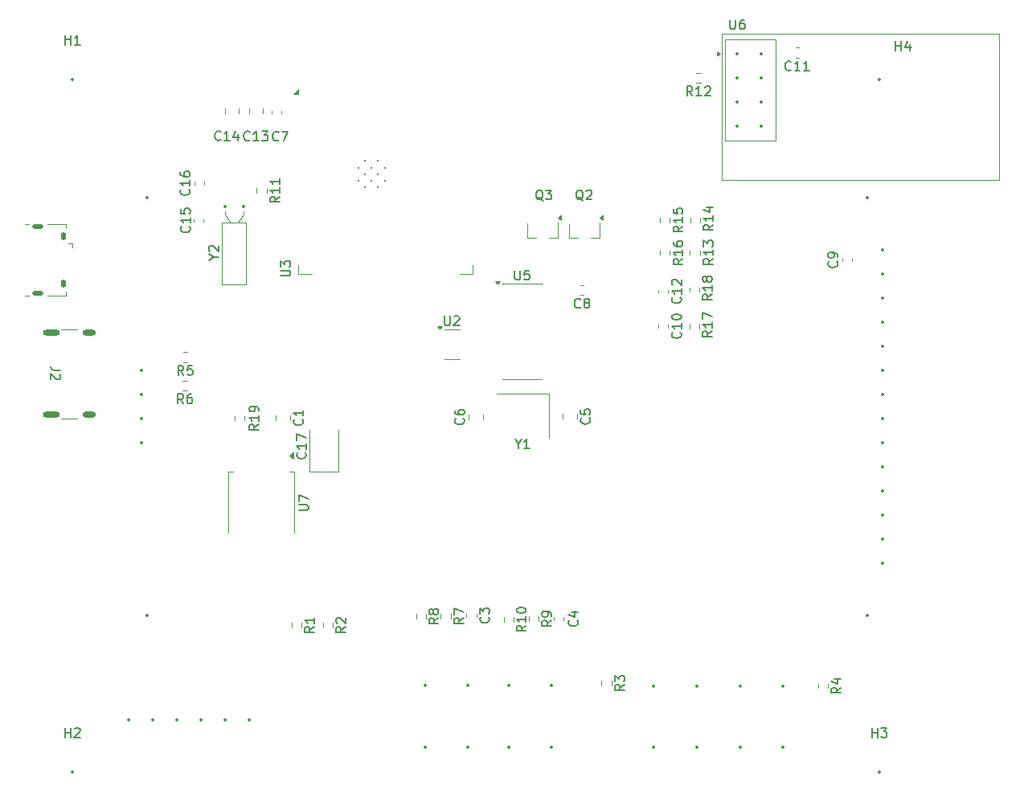
<source format=gto>
%TF.GenerationSoftware,KiCad,Pcbnew,9.0.2*%
%TF.CreationDate,2025-12-02T18:06:08+01:00*%
%TF.ProjectId,stacja_pogody_modu__wew,73746163-6a61-45f7-906f-676f64795f6d,rev?*%
%TF.SameCoordinates,Original*%
%TF.FileFunction,Legend,Top*%
%TF.FilePolarity,Positive*%
%FSLAX46Y46*%
G04 Gerber Fmt 4.6, Leading zero omitted, Abs format (unit mm)*
G04 Created by KiCad (PCBNEW 9.0.2) date 2025-12-02 18:06:08*
%MOMM*%
%LPD*%
G01*
G04 APERTURE LIST*
%ADD10C,0.150000*%
%ADD11C,0.120000*%
%ADD12C,0.350000*%
%ADD13O,1.150000X0.500000*%
%ADD14O,0.550000X0.850000*%
%ADD15C,0.200000*%
%ADD16O,1.400000X0.600000*%
%ADD17O,1.800000X0.600000*%
G04 APERTURE END LIST*
D10*
X123854819Y-103376904D02*
X124664342Y-103376904D01*
X124664342Y-103376904D02*
X124759580Y-103329285D01*
X124759580Y-103329285D02*
X124807200Y-103281666D01*
X124807200Y-103281666D02*
X124854819Y-103186428D01*
X124854819Y-103186428D02*
X124854819Y-102995952D01*
X124854819Y-102995952D02*
X124807200Y-102900714D01*
X124807200Y-102900714D02*
X124759580Y-102853095D01*
X124759580Y-102853095D02*
X124664342Y-102805476D01*
X124664342Y-102805476D02*
X123854819Y-102805476D01*
X123854819Y-102424523D02*
X123854819Y-101757857D01*
X123854819Y-101757857D02*
X124854819Y-102186428D01*
X186738095Y-54954819D02*
X186738095Y-53954819D01*
X186738095Y-54431009D02*
X187309523Y-54431009D01*
X187309523Y-54954819D02*
X187309523Y-53954819D01*
X188214285Y-54288152D02*
X188214285Y-54954819D01*
X187976190Y-53907200D02*
X187738095Y-54621485D01*
X187738095Y-54621485D02*
X188357142Y-54621485D01*
X184238095Y-127304819D02*
X184238095Y-126304819D01*
X184238095Y-126781009D02*
X184809523Y-126781009D01*
X184809523Y-127304819D02*
X184809523Y-126304819D01*
X185190476Y-126304819D02*
X185809523Y-126304819D01*
X185809523Y-126304819D02*
X185476190Y-126685771D01*
X185476190Y-126685771D02*
X185619047Y-126685771D01*
X185619047Y-126685771D02*
X185714285Y-126733390D01*
X185714285Y-126733390D02*
X185761904Y-126781009D01*
X185761904Y-126781009D02*
X185809523Y-126876247D01*
X185809523Y-126876247D02*
X185809523Y-127114342D01*
X185809523Y-127114342D02*
X185761904Y-127209580D01*
X185761904Y-127209580D02*
X185714285Y-127257200D01*
X185714285Y-127257200D02*
X185619047Y-127304819D01*
X185619047Y-127304819D02*
X185333333Y-127304819D01*
X185333333Y-127304819D02*
X185238095Y-127257200D01*
X185238095Y-127257200D02*
X185190476Y-127209580D01*
X99238095Y-127304819D02*
X99238095Y-126304819D01*
X99238095Y-126781009D02*
X99809523Y-126781009D01*
X99809523Y-127304819D02*
X99809523Y-126304819D01*
X100238095Y-126400057D02*
X100285714Y-126352438D01*
X100285714Y-126352438D02*
X100380952Y-126304819D01*
X100380952Y-126304819D02*
X100619047Y-126304819D01*
X100619047Y-126304819D02*
X100714285Y-126352438D01*
X100714285Y-126352438D02*
X100761904Y-126400057D01*
X100761904Y-126400057D02*
X100809523Y-126495295D01*
X100809523Y-126495295D02*
X100809523Y-126590533D01*
X100809523Y-126590533D02*
X100761904Y-126733390D01*
X100761904Y-126733390D02*
X100190476Y-127304819D01*
X100190476Y-127304819D02*
X100809523Y-127304819D01*
X99238095Y-54304819D02*
X99238095Y-53304819D01*
X99238095Y-53781009D02*
X99809523Y-53781009D01*
X99809523Y-54304819D02*
X99809523Y-53304819D01*
X100809523Y-54304819D02*
X100238095Y-54304819D01*
X100523809Y-54304819D02*
X100523809Y-53304819D01*
X100523809Y-53304819D02*
X100428571Y-53447676D01*
X100428571Y-53447676D02*
X100333333Y-53542914D01*
X100333333Y-53542914D02*
X100238095Y-53590533D01*
X167504819Y-76856057D02*
X167028628Y-77189390D01*
X167504819Y-77427485D02*
X166504819Y-77427485D01*
X166504819Y-77427485D02*
X166504819Y-77046533D01*
X166504819Y-77046533D02*
X166552438Y-76951295D01*
X166552438Y-76951295D02*
X166600057Y-76903676D01*
X166600057Y-76903676D02*
X166695295Y-76856057D01*
X166695295Y-76856057D02*
X166838152Y-76856057D01*
X166838152Y-76856057D02*
X166933390Y-76903676D01*
X166933390Y-76903676D02*
X166981009Y-76951295D01*
X166981009Y-76951295D02*
X167028628Y-77046533D01*
X167028628Y-77046533D02*
X167028628Y-77427485D01*
X167504819Y-75903676D02*
X167504819Y-76475104D01*
X167504819Y-76189390D02*
X166504819Y-76189390D01*
X166504819Y-76189390D02*
X166647676Y-76284628D01*
X166647676Y-76284628D02*
X166742914Y-76379866D01*
X166742914Y-76379866D02*
X166790533Y-76475104D01*
X166504819Y-75570342D02*
X166504819Y-74951295D01*
X166504819Y-74951295D02*
X166885771Y-75284628D01*
X166885771Y-75284628D02*
X166885771Y-75141771D01*
X166885771Y-75141771D02*
X166933390Y-75046533D01*
X166933390Y-75046533D02*
X166981009Y-74998914D01*
X166981009Y-74998914D02*
X167076247Y-74951295D01*
X167076247Y-74951295D02*
X167314342Y-74951295D01*
X167314342Y-74951295D02*
X167409580Y-74998914D01*
X167409580Y-74998914D02*
X167457200Y-75046533D01*
X167457200Y-75046533D02*
X167504819Y-75141771D01*
X167504819Y-75141771D02*
X167504819Y-75427485D01*
X167504819Y-75427485D02*
X167457200Y-75522723D01*
X167457200Y-75522723D02*
X167409580Y-75570342D01*
X164044780Y-80932257D02*
X164092400Y-80979876D01*
X164092400Y-80979876D02*
X164140019Y-81122733D01*
X164140019Y-81122733D02*
X164140019Y-81217971D01*
X164140019Y-81217971D02*
X164092400Y-81360828D01*
X164092400Y-81360828D02*
X163997161Y-81456066D01*
X163997161Y-81456066D02*
X163901923Y-81503685D01*
X163901923Y-81503685D02*
X163711447Y-81551304D01*
X163711447Y-81551304D02*
X163568590Y-81551304D01*
X163568590Y-81551304D02*
X163378114Y-81503685D01*
X163378114Y-81503685D02*
X163282876Y-81456066D01*
X163282876Y-81456066D02*
X163187638Y-81360828D01*
X163187638Y-81360828D02*
X163140019Y-81217971D01*
X163140019Y-81217971D02*
X163140019Y-81122733D01*
X163140019Y-81122733D02*
X163187638Y-80979876D01*
X163187638Y-80979876D02*
X163235257Y-80932257D01*
X164140019Y-79979876D02*
X164140019Y-80551304D01*
X164140019Y-80265590D02*
X163140019Y-80265590D01*
X163140019Y-80265590D02*
X163282876Y-80360828D01*
X163282876Y-80360828D02*
X163378114Y-80456066D01*
X163378114Y-80456066D02*
X163425733Y-80551304D01*
X163235257Y-79598923D02*
X163187638Y-79551304D01*
X163187638Y-79551304D02*
X163140019Y-79456066D01*
X163140019Y-79456066D02*
X163140019Y-79217971D01*
X163140019Y-79217971D02*
X163187638Y-79122733D01*
X163187638Y-79122733D02*
X163235257Y-79075114D01*
X163235257Y-79075114D02*
X163330495Y-79027495D01*
X163330495Y-79027495D02*
X163425733Y-79027495D01*
X163425733Y-79027495D02*
X163568590Y-79075114D01*
X163568590Y-79075114D02*
X164140019Y-79646542D01*
X164140019Y-79646542D02*
X164140019Y-79027495D01*
X143826380Y-114619066D02*
X143874000Y-114666685D01*
X143874000Y-114666685D02*
X143921619Y-114809542D01*
X143921619Y-114809542D02*
X143921619Y-114904780D01*
X143921619Y-114904780D02*
X143874000Y-115047637D01*
X143874000Y-115047637D02*
X143778761Y-115142875D01*
X143778761Y-115142875D02*
X143683523Y-115190494D01*
X143683523Y-115190494D02*
X143493047Y-115238113D01*
X143493047Y-115238113D02*
X143350190Y-115238113D01*
X143350190Y-115238113D02*
X143159714Y-115190494D01*
X143159714Y-115190494D02*
X143064476Y-115142875D01*
X143064476Y-115142875D02*
X142969238Y-115047637D01*
X142969238Y-115047637D02*
X142921619Y-114904780D01*
X142921619Y-114904780D02*
X142921619Y-114809542D01*
X142921619Y-114809542D02*
X142969238Y-114666685D01*
X142969238Y-114666685D02*
X143016857Y-114619066D01*
X142921619Y-114285732D02*
X142921619Y-113666685D01*
X142921619Y-113666685D02*
X143302571Y-114000018D01*
X143302571Y-114000018D02*
X143302571Y-113857161D01*
X143302571Y-113857161D02*
X143350190Y-113761923D01*
X143350190Y-113761923D02*
X143397809Y-113714304D01*
X143397809Y-113714304D02*
X143493047Y-113666685D01*
X143493047Y-113666685D02*
X143731142Y-113666685D01*
X143731142Y-113666685D02*
X143826380Y-113714304D01*
X143826380Y-113714304D02*
X143874000Y-113761923D01*
X143874000Y-113761923D02*
X143921619Y-113857161D01*
X143921619Y-113857161D02*
X143921619Y-114142875D01*
X143921619Y-114142875D02*
X143874000Y-114238113D01*
X143874000Y-114238113D02*
X143826380Y-114285732D01*
X112279580Y-69555357D02*
X112327200Y-69602976D01*
X112327200Y-69602976D02*
X112374819Y-69745833D01*
X112374819Y-69745833D02*
X112374819Y-69841071D01*
X112374819Y-69841071D02*
X112327200Y-69983928D01*
X112327200Y-69983928D02*
X112231961Y-70079166D01*
X112231961Y-70079166D02*
X112136723Y-70126785D01*
X112136723Y-70126785D02*
X111946247Y-70174404D01*
X111946247Y-70174404D02*
X111803390Y-70174404D01*
X111803390Y-70174404D02*
X111612914Y-70126785D01*
X111612914Y-70126785D02*
X111517676Y-70079166D01*
X111517676Y-70079166D02*
X111422438Y-69983928D01*
X111422438Y-69983928D02*
X111374819Y-69841071D01*
X111374819Y-69841071D02*
X111374819Y-69745833D01*
X111374819Y-69745833D02*
X111422438Y-69602976D01*
X111422438Y-69602976D02*
X111470057Y-69555357D01*
X112374819Y-68602976D02*
X112374819Y-69174404D01*
X112374819Y-68888690D02*
X111374819Y-68888690D01*
X111374819Y-68888690D02*
X111517676Y-68983928D01*
X111517676Y-68983928D02*
X111612914Y-69079166D01*
X111612914Y-69079166D02*
X111660533Y-69174404D01*
X111374819Y-67745833D02*
X111374819Y-67936309D01*
X111374819Y-67936309D02*
X111422438Y-68031547D01*
X111422438Y-68031547D02*
X111470057Y-68079166D01*
X111470057Y-68079166D02*
X111612914Y-68174404D01*
X111612914Y-68174404D02*
X111803390Y-68222023D01*
X111803390Y-68222023D02*
X112184342Y-68222023D01*
X112184342Y-68222023D02*
X112279580Y-68174404D01*
X112279580Y-68174404D02*
X112327200Y-68126785D01*
X112327200Y-68126785D02*
X112374819Y-68031547D01*
X112374819Y-68031547D02*
X112374819Y-67841071D01*
X112374819Y-67841071D02*
X112327200Y-67745833D01*
X112327200Y-67745833D02*
X112279580Y-67698214D01*
X112279580Y-67698214D02*
X112184342Y-67650595D01*
X112184342Y-67650595D02*
X111946247Y-67650595D01*
X111946247Y-67650595D02*
X111851009Y-67698214D01*
X111851009Y-67698214D02*
X111803390Y-67745833D01*
X111803390Y-67745833D02*
X111755771Y-67841071D01*
X111755771Y-67841071D02*
X111755771Y-68031547D01*
X111755771Y-68031547D02*
X111803390Y-68126785D01*
X111803390Y-68126785D02*
X111851009Y-68174404D01*
X111851009Y-68174404D02*
X111946247Y-68222023D01*
X128783219Y-115649666D02*
X128307028Y-115982999D01*
X128783219Y-116221094D02*
X127783219Y-116221094D01*
X127783219Y-116221094D02*
X127783219Y-115840142D01*
X127783219Y-115840142D02*
X127830838Y-115744904D01*
X127830838Y-115744904D02*
X127878457Y-115697285D01*
X127878457Y-115697285D02*
X127973695Y-115649666D01*
X127973695Y-115649666D02*
X128116552Y-115649666D01*
X128116552Y-115649666D02*
X128211790Y-115697285D01*
X128211790Y-115697285D02*
X128259409Y-115744904D01*
X128259409Y-115744904D02*
X128307028Y-115840142D01*
X128307028Y-115840142D02*
X128307028Y-116221094D01*
X127878457Y-115268713D02*
X127830838Y-115221094D01*
X127830838Y-115221094D02*
X127783219Y-115125856D01*
X127783219Y-115125856D02*
X127783219Y-114887761D01*
X127783219Y-114887761D02*
X127830838Y-114792523D01*
X127830838Y-114792523D02*
X127878457Y-114744904D01*
X127878457Y-114744904D02*
X127973695Y-114697285D01*
X127973695Y-114697285D02*
X128068933Y-114697285D01*
X128068933Y-114697285D02*
X128211790Y-114744904D01*
X128211790Y-114744904D02*
X128783219Y-115316332D01*
X128783219Y-115316332D02*
X128783219Y-114697285D01*
X138554819Y-114720666D02*
X138078628Y-115053999D01*
X138554819Y-115292094D02*
X137554819Y-115292094D01*
X137554819Y-115292094D02*
X137554819Y-114911142D01*
X137554819Y-114911142D02*
X137602438Y-114815904D01*
X137602438Y-114815904D02*
X137650057Y-114768285D01*
X137650057Y-114768285D02*
X137745295Y-114720666D01*
X137745295Y-114720666D02*
X137888152Y-114720666D01*
X137888152Y-114720666D02*
X137983390Y-114768285D01*
X137983390Y-114768285D02*
X138031009Y-114815904D01*
X138031009Y-114815904D02*
X138078628Y-114911142D01*
X138078628Y-114911142D02*
X138078628Y-115292094D01*
X137983390Y-114149237D02*
X137935771Y-114244475D01*
X137935771Y-114244475D02*
X137888152Y-114292094D01*
X137888152Y-114292094D02*
X137792914Y-114339713D01*
X137792914Y-114339713D02*
X137745295Y-114339713D01*
X137745295Y-114339713D02*
X137650057Y-114292094D01*
X137650057Y-114292094D02*
X137602438Y-114244475D01*
X137602438Y-114244475D02*
X137554819Y-114149237D01*
X137554819Y-114149237D02*
X137554819Y-113958761D01*
X137554819Y-113958761D02*
X137602438Y-113863523D01*
X137602438Y-113863523D02*
X137650057Y-113815904D01*
X137650057Y-113815904D02*
X137745295Y-113768285D01*
X137745295Y-113768285D02*
X137792914Y-113768285D01*
X137792914Y-113768285D02*
X137888152Y-113815904D01*
X137888152Y-113815904D02*
X137935771Y-113863523D01*
X137935771Y-113863523D02*
X137983390Y-113958761D01*
X137983390Y-113958761D02*
X137983390Y-114149237D01*
X137983390Y-114149237D02*
X138031009Y-114244475D01*
X138031009Y-114244475D02*
X138078628Y-114292094D01*
X138078628Y-114292094D02*
X138173866Y-114339713D01*
X138173866Y-114339713D02*
X138364342Y-114339713D01*
X138364342Y-114339713D02*
X138459580Y-114292094D01*
X138459580Y-114292094D02*
X138507200Y-114244475D01*
X138507200Y-114244475D02*
X138554819Y-114149237D01*
X138554819Y-114149237D02*
X138554819Y-113958761D01*
X138554819Y-113958761D02*
X138507200Y-113863523D01*
X138507200Y-113863523D02*
X138459580Y-113815904D01*
X138459580Y-113815904D02*
X138364342Y-113768285D01*
X138364342Y-113768285D02*
X138173866Y-113768285D01*
X138173866Y-113768285D02*
X138078628Y-113815904D01*
X138078628Y-113815904D02*
X138031009Y-113863523D01*
X138031009Y-113863523D02*
X137983390Y-113958761D01*
X121733333Y-64359580D02*
X121685714Y-64407200D01*
X121685714Y-64407200D02*
X121542857Y-64454819D01*
X121542857Y-64454819D02*
X121447619Y-64454819D01*
X121447619Y-64454819D02*
X121304762Y-64407200D01*
X121304762Y-64407200D02*
X121209524Y-64311961D01*
X121209524Y-64311961D02*
X121161905Y-64216723D01*
X121161905Y-64216723D02*
X121114286Y-64026247D01*
X121114286Y-64026247D02*
X121114286Y-63883390D01*
X121114286Y-63883390D02*
X121161905Y-63692914D01*
X121161905Y-63692914D02*
X121209524Y-63597676D01*
X121209524Y-63597676D02*
X121304762Y-63502438D01*
X121304762Y-63502438D02*
X121447619Y-63454819D01*
X121447619Y-63454819D02*
X121542857Y-63454819D01*
X121542857Y-63454819D02*
X121685714Y-63502438D01*
X121685714Y-63502438D02*
X121733333Y-63550057D01*
X122066667Y-63454819D02*
X122733333Y-63454819D01*
X122733333Y-63454819D02*
X122304762Y-64454819D01*
X164304819Y-76892857D02*
X163828628Y-77226190D01*
X164304819Y-77464285D02*
X163304819Y-77464285D01*
X163304819Y-77464285D02*
X163304819Y-77083333D01*
X163304819Y-77083333D02*
X163352438Y-76988095D01*
X163352438Y-76988095D02*
X163400057Y-76940476D01*
X163400057Y-76940476D02*
X163495295Y-76892857D01*
X163495295Y-76892857D02*
X163638152Y-76892857D01*
X163638152Y-76892857D02*
X163733390Y-76940476D01*
X163733390Y-76940476D02*
X163781009Y-76988095D01*
X163781009Y-76988095D02*
X163828628Y-77083333D01*
X163828628Y-77083333D02*
X163828628Y-77464285D01*
X164304819Y-75940476D02*
X164304819Y-76511904D01*
X164304819Y-76226190D02*
X163304819Y-76226190D01*
X163304819Y-76226190D02*
X163447676Y-76321428D01*
X163447676Y-76321428D02*
X163542914Y-76416666D01*
X163542914Y-76416666D02*
X163590533Y-76511904D01*
X163304819Y-75083333D02*
X163304819Y-75273809D01*
X163304819Y-75273809D02*
X163352438Y-75369047D01*
X163352438Y-75369047D02*
X163400057Y-75416666D01*
X163400057Y-75416666D02*
X163542914Y-75511904D01*
X163542914Y-75511904D02*
X163733390Y-75559523D01*
X163733390Y-75559523D02*
X164114342Y-75559523D01*
X164114342Y-75559523D02*
X164209580Y-75511904D01*
X164209580Y-75511904D02*
X164257200Y-75464285D01*
X164257200Y-75464285D02*
X164304819Y-75369047D01*
X164304819Y-75369047D02*
X164304819Y-75178571D01*
X164304819Y-75178571D02*
X164257200Y-75083333D01*
X164257200Y-75083333D02*
X164209580Y-75035714D01*
X164209580Y-75035714D02*
X164114342Y-74988095D01*
X164114342Y-74988095D02*
X163876247Y-74988095D01*
X163876247Y-74988095D02*
X163781009Y-75035714D01*
X163781009Y-75035714D02*
X163733390Y-75083333D01*
X163733390Y-75083333D02*
X163685771Y-75178571D01*
X163685771Y-75178571D02*
X163685771Y-75369047D01*
X163685771Y-75369047D02*
X163733390Y-75464285D01*
X163733390Y-75464285D02*
X163781009Y-75511904D01*
X163781009Y-75511904D02*
X163876247Y-75559523D01*
X164304819Y-73442857D02*
X163828628Y-73776190D01*
X164304819Y-74014285D02*
X163304819Y-74014285D01*
X163304819Y-74014285D02*
X163304819Y-73633333D01*
X163304819Y-73633333D02*
X163352438Y-73538095D01*
X163352438Y-73538095D02*
X163400057Y-73490476D01*
X163400057Y-73490476D02*
X163495295Y-73442857D01*
X163495295Y-73442857D02*
X163638152Y-73442857D01*
X163638152Y-73442857D02*
X163733390Y-73490476D01*
X163733390Y-73490476D02*
X163781009Y-73538095D01*
X163781009Y-73538095D02*
X163828628Y-73633333D01*
X163828628Y-73633333D02*
X163828628Y-74014285D01*
X164304819Y-72490476D02*
X164304819Y-73061904D01*
X164304819Y-72776190D02*
X163304819Y-72776190D01*
X163304819Y-72776190D02*
X163447676Y-72871428D01*
X163447676Y-72871428D02*
X163542914Y-72966666D01*
X163542914Y-72966666D02*
X163590533Y-73061904D01*
X163304819Y-71585714D02*
X163304819Y-72061904D01*
X163304819Y-72061904D02*
X163781009Y-72109523D01*
X163781009Y-72109523D02*
X163733390Y-72061904D01*
X163733390Y-72061904D02*
X163685771Y-71966666D01*
X163685771Y-71966666D02*
X163685771Y-71728571D01*
X163685771Y-71728571D02*
X163733390Y-71633333D01*
X163733390Y-71633333D02*
X163781009Y-71585714D01*
X163781009Y-71585714D02*
X163876247Y-71538095D01*
X163876247Y-71538095D02*
X164114342Y-71538095D01*
X164114342Y-71538095D02*
X164209580Y-71585714D01*
X164209580Y-71585714D02*
X164257200Y-71633333D01*
X164257200Y-71633333D02*
X164304819Y-71728571D01*
X164304819Y-71728571D02*
X164304819Y-71966666D01*
X164304819Y-71966666D02*
X164257200Y-72061904D01*
X164257200Y-72061904D02*
X164209580Y-72109523D01*
X167390819Y-84491357D02*
X166914628Y-84824690D01*
X167390819Y-85062785D02*
X166390819Y-85062785D01*
X166390819Y-85062785D02*
X166390819Y-84681833D01*
X166390819Y-84681833D02*
X166438438Y-84586595D01*
X166438438Y-84586595D02*
X166486057Y-84538976D01*
X166486057Y-84538976D02*
X166581295Y-84491357D01*
X166581295Y-84491357D02*
X166724152Y-84491357D01*
X166724152Y-84491357D02*
X166819390Y-84538976D01*
X166819390Y-84538976D02*
X166867009Y-84586595D01*
X166867009Y-84586595D02*
X166914628Y-84681833D01*
X166914628Y-84681833D02*
X166914628Y-85062785D01*
X167390819Y-83538976D02*
X167390819Y-84110404D01*
X167390819Y-83824690D02*
X166390819Y-83824690D01*
X166390819Y-83824690D02*
X166533676Y-83919928D01*
X166533676Y-83919928D02*
X166628914Y-84015166D01*
X166628914Y-84015166D02*
X166676533Y-84110404D01*
X166390819Y-83205642D02*
X166390819Y-82538976D01*
X166390819Y-82538976D02*
X167390819Y-82967547D01*
X111698533Y-92119219D02*
X111365200Y-91643028D01*
X111127105Y-92119219D02*
X111127105Y-91119219D01*
X111127105Y-91119219D02*
X111508057Y-91119219D01*
X111508057Y-91119219D02*
X111603295Y-91166838D01*
X111603295Y-91166838D02*
X111650914Y-91214457D01*
X111650914Y-91214457D02*
X111698533Y-91309695D01*
X111698533Y-91309695D02*
X111698533Y-91452552D01*
X111698533Y-91452552D02*
X111650914Y-91547790D01*
X111650914Y-91547790D02*
X111603295Y-91595409D01*
X111603295Y-91595409D02*
X111508057Y-91643028D01*
X111508057Y-91643028D02*
X111127105Y-91643028D01*
X112555676Y-91119219D02*
X112365200Y-91119219D01*
X112365200Y-91119219D02*
X112269962Y-91166838D01*
X112269962Y-91166838D02*
X112222343Y-91214457D01*
X112222343Y-91214457D02*
X112127105Y-91357314D01*
X112127105Y-91357314D02*
X112079486Y-91547790D01*
X112079486Y-91547790D02*
X112079486Y-91928742D01*
X112079486Y-91928742D02*
X112127105Y-92023980D01*
X112127105Y-92023980D02*
X112174724Y-92071600D01*
X112174724Y-92071600D02*
X112269962Y-92119219D01*
X112269962Y-92119219D02*
X112460438Y-92119219D01*
X112460438Y-92119219D02*
X112555676Y-92071600D01*
X112555676Y-92071600D02*
X112603295Y-92023980D01*
X112603295Y-92023980D02*
X112650914Y-91928742D01*
X112650914Y-91928742D02*
X112650914Y-91690647D01*
X112650914Y-91690647D02*
X112603295Y-91595409D01*
X112603295Y-91595409D02*
X112555676Y-91547790D01*
X112555676Y-91547790D02*
X112460438Y-91500171D01*
X112460438Y-91500171D02*
X112269962Y-91500171D01*
X112269962Y-91500171D02*
X112174724Y-91547790D01*
X112174724Y-91547790D02*
X112127105Y-91595409D01*
X112127105Y-91595409D02*
X112079486Y-91690647D01*
X147779819Y-115527057D02*
X147303628Y-115860390D01*
X147779819Y-116098485D02*
X146779819Y-116098485D01*
X146779819Y-116098485D02*
X146779819Y-115717533D01*
X146779819Y-115717533D02*
X146827438Y-115622295D01*
X146827438Y-115622295D02*
X146875057Y-115574676D01*
X146875057Y-115574676D02*
X146970295Y-115527057D01*
X146970295Y-115527057D02*
X147113152Y-115527057D01*
X147113152Y-115527057D02*
X147208390Y-115574676D01*
X147208390Y-115574676D02*
X147256009Y-115622295D01*
X147256009Y-115622295D02*
X147303628Y-115717533D01*
X147303628Y-115717533D02*
X147303628Y-116098485D01*
X147779819Y-114574676D02*
X147779819Y-115146104D01*
X147779819Y-114860390D02*
X146779819Y-114860390D01*
X146779819Y-114860390D02*
X146922676Y-114955628D01*
X146922676Y-114955628D02*
X147017914Y-115050866D01*
X147017914Y-115050866D02*
X147065533Y-115146104D01*
X146779819Y-113955628D02*
X146779819Y-113860390D01*
X146779819Y-113860390D02*
X146827438Y-113765152D01*
X146827438Y-113765152D02*
X146875057Y-113717533D01*
X146875057Y-113717533D02*
X146970295Y-113669914D01*
X146970295Y-113669914D02*
X147160771Y-113622295D01*
X147160771Y-113622295D02*
X147398866Y-113622295D01*
X147398866Y-113622295D02*
X147589342Y-113669914D01*
X147589342Y-113669914D02*
X147684580Y-113717533D01*
X147684580Y-113717533D02*
X147732200Y-113765152D01*
X147732200Y-113765152D02*
X147779819Y-113860390D01*
X147779819Y-113860390D02*
X147779819Y-113955628D01*
X147779819Y-113955628D02*
X147732200Y-114050866D01*
X147732200Y-114050866D02*
X147684580Y-114098485D01*
X147684580Y-114098485D02*
X147589342Y-114146104D01*
X147589342Y-114146104D02*
X147398866Y-114193723D01*
X147398866Y-114193723D02*
X147160771Y-114193723D01*
X147160771Y-114193723D02*
X146970295Y-114146104D01*
X146970295Y-114146104D02*
X146875057Y-114098485D01*
X146875057Y-114098485D02*
X146827438Y-114050866D01*
X146827438Y-114050866D02*
X146779819Y-113955628D01*
X112309580Y-73467857D02*
X112357200Y-73515476D01*
X112357200Y-73515476D02*
X112404819Y-73658333D01*
X112404819Y-73658333D02*
X112404819Y-73753571D01*
X112404819Y-73753571D02*
X112357200Y-73896428D01*
X112357200Y-73896428D02*
X112261961Y-73991666D01*
X112261961Y-73991666D02*
X112166723Y-74039285D01*
X112166723Y-74039285D02*
X111976247Y-74086904D01*
X111976247Y-74086904D02*
X111833390Y-74086904D01*
X111833390Y-74086904D02*
X111642914Y-74039285D01*
X111642914Y-74039285D02*
X111547676Y-73991666D01*
X111547676Y-73991666D02*
X111452438Y-73896428D01*
X111452438Y-73896428D02*
X111404819Y-73753571D01*
X111404819Y-73753571D02*
X111404819Y-73658333D01*
X111404819Y-73658333D02*
X111452438Y-73515476D01*
X111452438Y-73515476D02*
X111500057Y-73467857D01*
X112404819Y-72515476D02*
X112404819Y-73086904D01*
X112404819Y-72801190D02*
X111404819Y-72801190D01*
X111404819Y-72801190D02*
X111547676Y-72896428D01*
X111547676Y-72896428D02*
X111642914Y-72991666D01*
X111642914Y-72991666D02*
X111690533Y-73086904D01*
X111404819Y-71610714D02*
X111404819Y-72086904D01*
X111404819Y-72086904D02*
X111881009Y-72134523D01*
X111881009Y-72134523D02*
X111833390Y-72086904D01*
X111833390Y-72086904D02*
X111785771Y-71991666D01*
X111785771Y-71991666D02*
X111785771Y-71753571D01*
X111785771Y-71753571D02*
X111833390Y-71658333D01*
X111833390Y-71658333D02*
X111881009Y-71610714D01*
X111881009Y-71610714D02*
X111976247Y-71563095D01*
X111976247Y-71563095D02*
X112214342Y-71563095D01*
X112214342Y-71563095D02*
X112309580Y-71610714D01*
X112309580Y-71610714D02*
X112357200Y-71658333D01*
X112357200Y-71658333D02*
X112404819Y-71753571D01*
X112404819Y-71753571D02*
X112404819Y-71991666D01*
X112404819Y-71991666D02*
X112357200Y-72086904D01*
X112357200Y-72086904D02*
X112309580Y-72134523D01*
X164044780Y-84614157D02*
X164092400Y-84661776D01*
X164092400Y-84661776D02*
X164140019Y-84804633D01*
X164140019Y-84804633D02*
X164140019Y-84899871D01*
X164140019Y-84899871D02*
X164092400Y-85042728D01*
X164092400Y-85042728D02*
X163997161Y-85137966D01*
X163997161Y-85137966D02*
X163901923Y-85185585D01*
X163901923Y-85185585D02*
X163711447Y-85233204D01*
X163711447Y-85233204D02*
X163568590Y-85233204D01*
X163568590Y-85233204D02*
X163378114Y-85185585D01*
X163378114Y-85185585D02*
X163282876Y-85137966D01*
X163282876Y-85137966D02*
X163187638Y-85042728D01*
X163187638Y-85042728D02*
X163140019Y-84899871D01*
X163140019Y-84899871D02*
X163140019Y-84804633D01*
X163140019Y-84804633D02*
X163187638Y-84661776D01*
X163187638Y-84661776D02*
X163235257Y-84614157D01*
X164140019Y-83661776D02*
X164140019Y-84233204D01*
X164140019Y-83947490D02*
X163140019Y-83947490D01*
X163140019Y-83947490D02*
X163282876Y-84042728D01*
X163282876Y-84042728D02*
X163378114Y-84137966D01*
X163378114Y-84137966D02*
X163425733Y-84233204D01*
X163140019Y-83042728D02*
X163140019Y-82947490D01*
X163140019Y-82947490D02*
X163187638Y-82852252D01*
X163187638Y-82852252D02*
X163235257Y-82804633D01*
X163235257Y-82804633D02*
X163330495Y-82757014D01*
X163330495Y-82757014D02*
X163520971Y-82709395D01*
X163520971Y-82709395D02*
X163759066Y-82709395D01*
X163759066Y-82709395D02*
X163949542Y-82757014D01*
X163949542Y-82757014D02*
X164044780Y-82804633D01*
X164044780Y-82804633D02*
X164092400Y-82852252D01*
X164092400Y-82852252D02*
X164140019Y-82947490D01*
X164140019Y-82947490D02*
X164140019Y-83042728D01*
X164140019Y-83042728D02*
X164092400Y-83137966D01*
X164092400Y-83137966D02*
X164044780Y-83185585D01*
X164044780Y-83185585D02*
X163949542Y-83233204D01*
X163949542Y-83233204D02*
X163759066Y-83280823D01*
X163759066Y-83280823D02*
X163520971Y-83280823D01*
X163520971Y-83280823D02*
X163330495Y-83233204D01*
X163330495Y-83233204D02*
X163235257Y-83185585D01*
X163235257Y-83185585D02*
X163187638Y-83137966D01*
X163187638Y-83137966D02*
X163140019Y-83042728D01*
X124214580Y-93791666D02*
X124262200Y-93839285D01*
X124262200Y-93839285D02*
X124309819Y-93982142D01*
X124309819Y-93982142D02*
X124309819Y-94077380D01*
X124309819Y-94077380D02*
X124262200Y-94220237D01*
X124262200Y-94220237D02*
X124166961Y-94315475D01*
X124166961Y-94315475D02*
X124071723Y-94363094D01*
X124071723Y-94363094D02*
X123881247Y-94410713D01*
X123881247Y-94410713D02*
X123738390Y-94410713D01*
X123738390Y-94410713D02*
X123547914Y-94363094D01*
X123547914Y-94363094D02*
X123452676Y-94315475D01*
X123452676Y-94315475D02*
X123357438Y-94220237D01*
X123357438Y-94220237D02*
X123309819Y-94077380D01*
X123309819Y-94077380D02*
X123309819Y-93982142D01*
X123309819Y-93982142D02*
X123357438Y-93839285D01*
X123357438Y-93839285D02*
X123405057Y-93791666D01*
X124309819Y-92839285D02*
X124309819Y-93410713D01*
X124309819Y-93124999D02*
X123309819Y-93124999D01*
X123309819Y-93124999D02*
X123452676Y-93220237D01*
X123452676Y-93220237D02*
X123547914Y-93315475D01*
X123547914Y-93315475D02*
X123595533Y-93410713D01*
X165320742Y-59695219D02*
X164987409Y-59219028D01*
X164749314Y-59695219D02*
X164749314Y-58695219D01*
X164749314Y-58695219D02*
X165130266Y-58695219D01*
X165130266Y-58695219D02*
X165225504Y-58742838D01*
X165225504Y-58742838D02*
X165273123Y-58790457D01*
X165273123Y-58790457D02*
X165320742Y-58885695D01*
X165320742Y-58885695D02*
X165320742Y-59028552D01*
X165320742Y-59028552D02*
X165273123Y-59123790D01*
X165273123Y-59123790D02*
X165225504Y-59171409D01*
X165225504Y-59171409D02*
X165130266Y-59219028D01*
X165130266Y-59219028D02*
X164749314Y-59219028D01*
X166273123Y-59695219D02*
X165701695Y-59695219D01*
X165987409Y-59695219D02*
X165987409Y-58695219D01*
X165987409Y-58695219D02*
X165892171Y-58838076D01*
X165892171Y-58838076D02*
X165796933Y-58933314D01*
X165796933Y-58933314D02*
X165701695Y-58980933D01*
X166654076Y-58790457D02*
X166701695Y-58742838D01*
X166701695Y-58742838D02*
X166796933Y-58695219D01*
X166796933Y-58695219D02*
X167035028Y-58695219D01*
X167035028Y-58695219D02*
X167130266Y-58742838D01*
X167130266Y-58742838D02*
X167177885Y-58790457D01*
X167177885Y-58790457D02*
X167225504Y-58885695D01*
X167225504Y-58885695D02*
X167225504Y-58980933D01*
X167225504Y-58980933D02*
X167177885Y-59123790D01*
X167177885Y-59123790D02*
X166606457Y-59695219D01*
X166606457Y-59695219D02*
X167225504Y-59695219D01*
X153172580Y-114974766D02*
X153220200Y-115022385D01*
X153220200Y-115022385D02*
X153267819Y-115165242D01*
X153267819Y-115165242D02*
X153267819Y-115260480D01*
X153267819Y-115260480D02*
X153220200Y-115403337D01*
X153220200Y-115403337D02*
X153124961Y-115498575D01*
X153124961Y-115498575D02*
X153029723Y-115546194D01*
X153029723Y-115546194D02*
X152839247Y-115593813D01*
X152839247Y-115593813D02*
X152696390Y-115593813D01*
X152696390Y-115593813D02*
X152505914Y-115546194D01*
X152505914Y-115546194D02*
X152410676Y-115498575D01*
X152410676Y-115498575D02*
X152315438Y-115403337D01*
X152315438Y-115403337D02*
X152267819Y-115260480D01*
X152267819Y-115260480D02*
X152267819Y-115165242D01*
X152267819Y-115165242D02*
X152315438Y-115022385D01*
X152315438Y-115022385D02*
X152363057Y-114974766D01*
X152601152Y-114117623D02*
X153267819Y-114117623D01*
X152220200Y-114355718D02*
X152934485Y-114593813D01*
X152934485Y-114593813D02*
X152934485Y-113974766D01*
X153529133Y-81967080D02*
X153481514Y-82014700D01*
X153481514Y-82014700D02*
X153338657Y-82062319D01*
X153338657Y-82062319D02*
X153243419Y-82062319D01*
X153243419Y-82062319D02*
X153100562Y-82014700D01*
X153100562Y-82014700D02*
X153005324Y-81919461D01*
X153005324Y-81919461D02*
X152957705Y-81824223D01*
X152957705Y-81824223D02*
X152910086Y-81633747D01*
X152910086Y-81633747D02*
X152910086Y-81490890D01*
X152910086Y-81490890D02*
X152957705Y-81300414D01*
X152957705Y-81300414D02*
X153005324Y-81205176D01*
X153005324Y-81205176D02*
X153100562Y-81109938D01*
X153100562Y-81109938D02*
X153243419Y-81062319D01*
X153243419Y-81062319D02*
X153338657Y-81062319D01*
X153338657Y-81062319D02*
X153481514Y-81109938D01*
X153481514Y-81109938D02*
X153529133Y-81157557D01*
X154100562Y-81490890D02*
X154005324Y-81443271D01*
X154005324Y-81443271D02*
X153957705Y-81395652D01*
X153957705Y-81395652D02*
X153910086Y-81300414D01*
X153910086Y-81300414D02*
X153910086Y-81252795D01*
X153910086Y-81252795D02*
X153957705Y-81157557D01*
X153957705Y-81157557D02*
X154005324Y-81109938D01*
X154005324Y-81109938D02*
X154100562Y-81062319D01*
X154100562Y-81062319D02*
X154291038Y-81062319D01*
X154291038Y-81062319D02*
X154386276Y-81109938D01*
X154386276Y-81109938D02*
X154433895Y-81157557D01*
X154433895Y-81157557D02*
X154481514Y-81252795D01*
X154481514Y-81252795D02*
X154481514Y-81300414D01*
X154481514Y-81300414D02*
X154433895Y-81395652D01*
X154433895Y-81395652D02*
X154386276Y-81443271D01*
X154386276Y-81443271D02*
X154291038Y-81490890D01*
X154291038Y-81490890D02*
X154100562Y-81490890D01*
X154100562Y-81490890D02*
X154005324Y-81538509D01*
X154005324Y-81538509D02*
X153957705Y-81586128D01*
X153957705Y-81586128D02*
X153910086Y-81681366D01*
X153910086Y-81681366D02*
X153910086Y-81871842D01*
X153910086Y-81871842D02*
X153957705Y-81967080D01*
X153957705Y-81967080D02*
X154005324Y-82014700D01*
X154005324Y-82014700D02*
X154100562Y-82062319D01*
X154100562Y-82062319D02*
X154291038Y-82062319D01*
X154291038Y-82062319D02*
X154386276Y-82014700D01*
X154386276Y-82014700D02*
X154433895Y-81967080D01*
X154433895Y-81967080D02*
X154481514Y-81871842D01*
X154481514Y-81871842D02*
X154481514Y-81681366D01*
X154481514Y-81681366D02*
X154433895Y-81586128D01*
X154433895Y-81586128D02*
X154386276Y-81538509D01*
X154386276Y-81538509D02*
X154291038Y-81490890D01*
X139208895Y-82902319D02*
X139208895Y-83711842D01*
X139208895Y-83711842D02*
X139256514Y-83807080D01*
X139256514Y-83807080D02*
X139304133Y-83854700D01*
X139304133Y-83854700D02*
X139399371Y-83902319D01*
X139399371Y-83902319D02*
X139589847Y-83902319D01*
X139589847Y-83902319D02*
X139685085Y-83854700D01*
X139685085Y-83854700D02*
X139732704Y-83807080D01*
X139732704Y-83807080D02*
X139780323Y-83711842D01*
X139780323Y-83711842D02*
X139780323Y-82902319D01*
X140208895Y-82997557D02*
X140256514Y-82949938D01*
X140256514Y-82949938D02*
X140351752Y-82902319D01*
X140351752Y-82902319D02*
X140589847Y-82902319D01*
X140589847Y-82902319D02*
X140685085Y-82949938D01*
X140685085Y-82949938D02*
X140732704Y-82997557D01*
X140732704Y-82997557D02*
X140780323Y-83092795D01*
X140780323Y-83092795D02*
X140780323Y-83188033D01*
X140780323Y-83188033D02*
X140732704Y-83330890D01*
X140732704Y-83330890D02*
X140161276Y-83902319D01*
X140161276Y-83902319D02*
X140780323Y-83902319D01*
X180959219Y-122040466D02*
X180483028Y-122373799D01*
X180959219Y-122611894D02*
X179959219Y-122611894D01*
X179959219Y-122611894D02*
X179959219Y-122230942D01*
X179959219Y-122230942D02*
X180006838Y-122135704D01*
X180006838Y-122135704D02*
X180054457Y-122088085D01*
X180054457Y-122088085D02*
X180149695Y-122040466D01*
X180149695Y-122040466D02*
X180292552Y-122040466D01*
X180292552Y-122040466D02*
X180387790Y-122088085D01*
X180387790Y-122088085D02*
X180435409Y-122135704D01*
X180435409Y-122135704D02*
X180483028Y-122230942D01*
X180483028Y-122230942D02*
X180483028Y-122611894D01*
X180292552Y-121183323D02*
X180959219Y-121183323D01*
X179911600Y-121421418D02*
X180625885Y-121659513D01*
X180625885Y-121659513D02*
X180625885Y-121040466D01*
X175708242Y-56932980D02*
X175660623Y-56980600D01*
X175660623Y-56980600D02*
X175517766Y-57028219D01*
X175517766Y-57028219D02*
X175422528Y-57028219D01*
X175422528Y-57028219D02*
X175279671Y-56980600D01*
X175279671Y-56980600D02*
X175184433Y-56885361D01*
X175184433Y-56885361D02*
X175136814Y-56790123D01*
X175136814Y-56790123D02*
X175089195Y-56599647D01*
X175089195Y-56599647D02*
X175089195Y-56456790D01*
X175089195Y-56456790D02*
X175136814Y-56266314D01*
X175136814Y-56266314D02*
X175184433Y-56171076D01*
X175184433Y-56171076D02*
X175279671Y-56075838D01*
X175279671Y-56075838D02*
X175422528Y-56028219D01*
X175422528Y-56028219D02*
X175517766Y-56028219D01*
X175517766Y-56028219D02*
X175660623Y-56075838D01*
X175660623Y-56075838D02*
X175708242Y-56123457D01*
X176660623Y-57028219D02*
X176089195Y-57028219D01*
X176374909Y-57028219D02*
X176374909Y-56028219D01*
X176374909Y-56028219D02*
X176279671Y-56171076D01*
X176279671Y-56171076D02*
X176184433Y-56266314D01*
X176184433Y-56266314D02*
X176089195Y-56313933D01*
X177613004Y-57028219D02*
X177041576Y-57028219D01*
X177327290Y-57028219D02*
X177327290Y-56028219D01*
X177327290Y-56028219D02*
X177232052Y-56171076D01*
X177232052Y-56171076D02*
X177136814Y-56266314D01*
X177136814Y-56266314D02*
X177041576Y-56313933D01*
X141203819Y-114720666D02*
X140727628Y-115053999D01*
X141203819Y-115292094D02*
X140203819Y-115292094D01*
X140203819Y-115292094D02*
X140203819Y-114911142D01*
X140203819Y-114911142D02*
X140251438Y-114815904D01*
X140251438Y-114815904D02*
X140299057Y-114768285D01*
X140299057Y-114768285D02*
X140394295Y-114720666D01*
X140394295Y-114720666D02*
X140537152Y-114720666D01*
X140537152Y-114720666D02*
X140632390Y-114768285D01*
X140632390Y-114768285D02*
X140680009Y-114815904D01*
X140680009Y-114815904D02*
X140727628Y-114911142D01*
X140727628Y-114911142D02*
X140727628Y-115292094D01*
X140203819Y-114387332D02*
X140203819Y-113720666D01*
X140203819Y-113720666D02*
X141203819Y-114149237D01*
X149579761Y-70725057D02*
X149484523Y-70677438D01*
X149484523Y-70677438D02*
X149389285Y-70582200D01*
X149389285Y-70582200D02*
X149246428Y-70439342D01*
X149246428Y-70439342D02*
X149151190Y-70391723D01*
X149151190Y-70391723D02*
X149055952Y-70391723D01*
X149103571Y-70629819D02*
X149008333Y-70582200D01*
X149008333Y-70582200D02*
X148913095Y-70486961D01*
X148913095Y-70486961D02*
X148865476Y-70296485D01*
X148865476Y-70296485D02*
X148865476Y-69963152D01*
X148865476Y-69963152D02*
X148913095Y-69772676D01*
X148913095Y-69772676D02*
X149008333Y-69677438D01*
X149008333Y-69677438D02*
X149103571Y-69629819D01*
X149103571Y-69629819D02*
X149294047Y-69629819D01*
X149294047Y-69629819D02*
X149389285Y-69677438D01*
X149389285Y-69677438D02*
X149484523Y-69772676D01*
X149484523Y-69772676D02*
X149532142Y-69963152D01*
X149532142Y-69963152D02*
X149532142Y-70296485D01*
X149532142Y-70296485D02*
X149484523Y-70486961D01*
X149484523Y-70486961D02*
X149389285Y-70582200D01*
X149389285Y-70582200D02*
X149294047Y-70629819D01*
X149294047Y-70629819D02*
X149103571Y-70629819D01*
X149865476Y-69629819D02*
X150484523Y-69629819D01*
X150484523Y-69629819D02*
X150151190Y-70010771D01*
X150151190Y-70010771D02*
X150294047Y-70010771D01*
X150294047Y-70010771D02*
X150389285Y-70058390D01*
X150389285Y-70058390D02*
X150436904Y-70106009D01*
X150436904Y-70106009D02*
X150484523Y-70201247D01*
X150484523Y-70201247D02*
X150484523Y-70439342D01*
X150484523Y-70439342D02*
X150436904Y-70534580D01*
X150436904Y-70534580D02*
X150389285Y-70582200D01*
X150389285Y-70582200D02*
X150294047Y-70629819D01*
X150294047Y-70629819D02*
X150008333Y-70629819D01*
X150008333Y-70629819D02*
X149913095Y-70582200D01*
X149913095Y-70582200D02*
X149865476Y-70534580D01*
X153804761Y-70725057D02*
X153709523Y-70677438D01*
X153709523Y-70677438D02*
X153614285Y-70582200D01*
X153614285Y-70582200D02*
X153471428Y-70439342D01*
X153471428Y-70439342D02*
X153376190Y-70391723D01*
X153376190Y-70391723D02*
X153280952Y-70391723D01*
X153328571Y-70629819D02*
X153233333Y-70582200D01*
X153233333Y-70582200D02*
X153138095Y-70486961D01*
X153138095Y-70486961D02*
X153090476Y-70296485D01*
X153090476Y-70296485D02*
X153090476Y-69963152D01*
X153090476Y-69963152D02*
X153138095Y-69772676D01*
X153138095Y-69772676D02*
X153233333Y-69677438D01*
X153233333Y-69677438D02*
X153328571Y-69629819D01*
X153328571Y-69629819D02*
X153519047Y-69629819D01*
X153519047Y-69629819D02*
X153614285Y-69677438D01*
X153614285Y-69677438D02*
X153709523Y-69772676D01*
X153709523Y-69772676D02*
X153757142Y-69963152D01*
X153757142Y-69963152D02*
X153757142Y-70296485D01*
X153757142Y-70296485D02*
X153709523Y-70486961D01*
X153709523Y-70486961D02*
X153614285Y-70582200D01*
X153614285Y-70582200D02*
X153519047Y-70629819D01*
X153519047Y-70629819D02*
X153328571Y-70629819D01*
X154138095Y-69725057D02*
X154185714Y-69677438D01*
X154185714Y-69677438D02*
X154280952Y-69629819D01*
X154280952Y-69629819D02*
X154519047Y-69629819D01*
X154519047Y-69629819D02*
X154614285Y-69677438D01*
X154614285Y-69677438D02*
X154661904Y-69725057D01*
X154661904Y-69725057D02*
X154709523Y-69820295D01*
X154709523Y-69820295D02*
X154709523Y-69915533D01*
X154709523Y-69915533D02*
X154661904Y-70058390D01*
X154661904Y-70058390D02*
X154090476Y-70629819D01*
X154090476Y-70629819D02*
X154709523Y-70629819D01*
X124534580Y-97292857D02*
X124582200Y-97340476D01*
X124582200Y-97340476D02*
X124629819Y-97483333D01*
X124629819Y-97483333D02*
X124629819Y-97578571D01*
X124629819Y-97578571D02*
X124582200Y-97721428D01*
X124582200Y-97721428D02*
X124486961Y-97816666D01*
X124486961Y-97816666D02*
X124391723Y-97864285D01*
X124391723Y-97864285D02*
X124201247Y-97911904D01*
X124201247Y-97911904D02*
X124058390Y-97911904D01*
X124058390Y-97911904D02*
X123867914Y-97864285D01*
X123867914Y-97864285D02*
X123772676Y-97816666D01*
X123772676Y-97816666D02*
X123677438Y-97721428D01*
X123677438Y-97721428D02*
X123629819Y-97578571D01*
X123629819Y-97578571D02*
X123629819Y-97483333D01*
X123629819Y-97483333D02*
X123677438Y-97340476D01*
X123677438Y-97340476D02*
X123725057Y-97292857D01*
X124629819Y-96340476D02*
X124629819Y-96911904D01*
X124629819Y-96626190D02*
X123629819Y-96626190D01*
X123629819Y-96626190D02*
X123772676Y-96721428D01*
X123772676Y-96721428D02*
X123867914Y-96816666D01*
X123867914Y-96816666D02*
X123915533Y-96911904D01*
X123629819Y-96007142D02*
X123629819Y-95340476D01*
X123629819Y-95340476D02*
X124629819Y-95769047D01*
X167390819Y-80609457D02*
X166914628Y-80942790D01*
X167390819Y-81180885D02*
X166390819Y-81180885D01*
X166390819Y-81180885D02*
X166390819Y-80799933D01*
X166390819Y-80799933D02*
X166438438Y-80704695D01*
X166438438Y-80704695D02*
X166486057Y-80657076D01*
X166486057Y-80657076D02*
X166581295Y-80609457D01*
X166581295Y-80609457D02*
X166724152Y-80609457D01*
X166724152Y-80609457D02*
X166819390Y-80657076D01*
X166819390Y-80657076D02*
X166867009Y-80704695D01*
X166867009Y-80704695D02*
X166914628Y-80799933D01*
X166914628Y-80799933D02*
X166914628Y-81180885D01*
X167390819Y-79657076D02*
X167390819Y-80228504D01*
X167390819Y-79942790D02*
X166390819Y-79942790D01*
X166390819Y-79942790D02*
X166533676Y-80038028D01*
X166533676Y-80038028D02*
X166628914Y-80133266D01*
X166628914Y-80133266D02*
X166676533Y-80228504D01*
X166819390Y-79085647D02*
X166771771Y-79180885D01*
X166771771Y-79180885D02*
X166724152Y-79228504D01*
X166724152Y-79228504D02*
X166628914Y-79276123D01*
X166628914Y-79276123D02*
X166581295Y-79276123D01*
X166581295Y-79276123D02*
X166486057Y-79228504D01*
X166486057Y-79228504D02*
X166438438Y-79180885D01*
X166438438Y-79180885D02*
X166390819Y-79085647D01*
X166390819Y-79085647D02*
X166390819Y-78895171D01*
X166390819Y-78895171D02*
X166438438Y-78799933D01*
X166438438Y-78799933D02*
X166486057Y-78752314D01*
X166486057Y-78752314D02*
X166581295Y-78704695D01*
X166581295Y-78704695D02*
X166628914Y-78704695D01*
X166628914Y-78704695D02*
X166724152Y-78752314D01*
X166724152Y-78752314D02*
X166771771Y-78799933D01*
X166771771Y-78799933D02*
X166819390Y-78895171D01*
X166819390Y-78895171D02*
X166819390Y-79085647D01*
X166819390Y-79085647D02*
X166867009Y-79180885D01*
X166867009Y-79180885D02*
X166914628Y-79228504D01*
X166914628Y-79228504D02*
X167009866Y-79276123D01*
X167009866Y-79276123D02*
X167200342Y-79276123D01*
X167200342Y-79276123D02*
X167295580Y-79228504D01*
X167295580Y-79228504D02*
X167343200Y-79180885D01*
X167343200Y-79180885D02*
X167390819Y-79085647D01*
X167390819Y-79085647D02*
X167390819Y-78895171D01*
X167390819Y-78895171D02*
X167343200Y-78799933D01*
X167343200Y-78799933D02*
X167295580Y-78752314D01*
X167295580Y-78752314D02*
X167200342Y-78704695D01*
X167200342Y-78704695D02*
X167009866Y-78704695D01*
X167009866Y-78704695D02*
X166914628Y-78752314D01*
X166914628Y-78752314D02*
X166867009Y-78799933D01*
X166867009Y-78799933D02*
X166819390Y-78895171D01*
X121954819Y-78663220D02*
X122764342Y-78663220D01*
X122764342Y-78663220D02*
X122859580Y-78615601D01*
X122859580Y-78615601D02*
X122907200Y-78567982D01*
X122907200Y-78567982D02*
X122954819Y-78472744D01*
X122954819Y-78472744D02*
X122954819Y-78282268D01*
X122954819Y-78282268D02*
X122907200Y-78187030D01*
X122907200Y-78187030D02*
X122859580Y-78139411D01*
X122859580Y-78139411D02*
X122764342Y-78091792D01*
X122764342Y-78091792D02*
X121954819Y-78091792D01*
X121954819Y-77710839D02*
X121954819Y-77091792D01*
X121954819Y-77091792D02*
X122335771Y-77425125D01*
X122335771Y-77425125D02*
X122335771Y-77282268D01*
X122335771Y-77282268D02*
X122383390Y-77187030D01*
X122383390Y-77187030D02*
X122431009Y-77139411D01*
X122431009Y-77139411D02*
X122526247Y-77091792D01*
X122526247Y-77091792D02*
X122764342Y-77091792D01*
X122764342Y-77091792D02*
X122859580Y-77139411D01*
X122859580Y-77139411D02*
X122907200Y-77187030D01*
X122907200Y-77187030D02*
X122954819Y-77282268D01*
X122954819Y-77282268D02*
X122954819Y-77567982D01*
X122954819Y-77567982D02*
X122907200Y-77663220D01*
X122907200Y-77663220D02*
X122859580Y-77710839D01*
X118682142Y-64334580D02*
X118634523Y-64382200D01*
X118634523Y-64382200D02*
X118491666Y-64429819D01*
X118491666Y-64429819D02*
X118396428Y-64429819D01*
X118396428Y-64429819D02*
X118253571Y-64382200D01*
X118253571Y-64382200D02*
X118158333Y-64286961D01*
X118158333Y-64286961D02*
X118110714Y-64191723D01*
X118110714Y-64191723D02*
X118063095Y-64001247D01*
X118063095Y-64001247D02*
X118063095Y-63858390D01*
X118063095Y-63858390D02*
X118110714Y-63667914D01*
X118110714Y-63667914D02*
X118158333Y-63572676D01*
X118158333Y-63572676D02*
X118253571Y-63477438D01*
X118253571Y-63477438D02*
X118396428Y-63429819D01*
X118396428Y-63429819D02*
X118491666Y-63429819D01*
X118491666Y-63429819D02*
X118634523Y-63477438D01*
X118634523Y-63477438D02*
X118682142Y-63525057D01*
X119634523Y-64429819D02*
X119063095Y-64429819D01*
X119348809Y-64429819D02*
X119348809Y-63429819D01*
X119348809Y-63429819D02*
X119253571Y-63572676D01*
X119253571Y-63572676D02*
X119158333Y-63667914D01*
X119158333Y-63667914D02*
X119063095Y-63715533D01*
X119967857Y-63429819D02*
X120586904Y-63429819D01*
X120586904Y-63429819D02*
X120253571Y-63810771D01*
X120253571Y-63810771D02*
X120396428Y-63810771D01*
X120396428Y-63810771D02*
X120491666Y-63858390D01*
X120491666Y-63858390D02*
X120539285Y-63906009D01*
X120539285Y-63906009D02*
X120586904Y-64001247D01*
X120586904Y-64001247D02*
X120586904Y-64239342D01*
X120586904Y-64239342D02*
X120539285Y-64334580D01*
X120539285Y-64334580D02*
X120491666Y-64382200D01*
X120491666Y-64382200D02*
X120396428Y-64429819D01*
X120396428Y-64429819D02*
X120110714Y-64429819D01*
X120110714Y-64429819D02*
X120015476Y-64382200D01*
X120015476Y-64382200D02*
X119967857Y-64334580D01*
X154455980Y-93650666D02*
X154503600Y-93698285D01*
X154503600Y-93698285D02*
X154551219Y-93841142D01*
X154551219Y-93841142D02*
X154551219Y-93936380D01*
X154551219Y-93936380D02*
X154503600Y-94079237D01*
X154503600Y-94079237D02*
X154408361Y-94174475D01*
X154408361Y-94174475D02*
X154313123Y-94222094D01*
X154313123Y-94222094D02*
X154122647Y-94269713D01*
X154122647Y-94269713D02*
X153979790Y-94269713D01*
X153979790Y-94269713D02*
X153789314Y-94222094D01*
X153789314Y-94222094D02*
X153694076Y-94174475D01*
X153694076Y-94174475D02*
X153598838Y-94079237D01*
X153598838Y-94079237D02*
X153551219Y-93936380D01*
X153551219Y-93936380D02*
X153551219Y-93841142D01*
X153551219Y-93841142D02*
X153598838Y-93698285D01*
X153598838Y-93698285D02*
X153646457Y-93650666D01*
X153551219Y-92745904D02*
X153551219Y-93222094D01*
X153551219Y-93222094D02*
X154027409Y-93269713D01*
X154027409Y-93269713D02*
X153979790Y-93222094D01*
X153979790Y-93222094D02*
X153932171Y-93126856D01*
X153932171Y-93126856D02*
X153932171Y-92888761D01*
X153932171Y-92888761D02*
X153979790Y-92793523D01*
X153979790Y-92793523D02*
X154027409Y-92745904D01*
X154027409Y-92745904D02*
X154122647Y-92698285D01*
X154122647Y-92698285D02*
X154360742Y-92698285D01*
X154360742Y-92698285D02*
X154455980Y-92745904D01*
X154455980Y-92745904D02*
X154503600Y-92793523D01*
X154503600Y-92793523D02*
X154551219Y-92888761D01*
X154551219Y-92888761D02*
X154551219Y-93126856D01*
X154551219Y-93126856D02*
X154503600Y-93222094D01*
X154503600Y-93222094D02*
X154455980Y-93269713D01*
X119629819Y-94317857D02*
X119153628Y-94651190D01*
X119629819Y-94889285D02*
X118629819Y-94889285D01*
X118629819Y-94889285D02*
X118629819Y-94508333D01*
X118629819Y-94508333D02*
X118677438Y-94413095D01*
X118677438Y-94413095D02*
X118725057Y-94365476D01*
X118725057Y-94365476D02*
X118820295Y-94317857D01*
X118820295Y-94317857D02*
X118963152Y-94317857D01*
X118963152Y-94317857D02*
X119058390Y-94365476D01*
X119058390Y-94365476D02*
X119106009Y-94413095D01*
X119106009Y-94413095D02*
X119153628Y-94508333D01*
X119153628Y-94508333D02*
X119153628Y-94889285D01*
X119629819Y-93365476D02*
X119629819Y-93936904D01*
X119629819Y-93651190D02*
X118629819Y-93651190D01*
X118629819Y-93651190D02*
X118772676Y-93746428D01*
X118772676Y-93746428D02*
X118867914Y-93841666D01*
X118867914Y-93841666D02*
X118915533Y-93936904D01*
X119629819Y-92889285D02*
X119629819Y-92698809D01*
X119629819Y-92698809D02*
X119582200Y-92603571D01*
X119582200Y-92603571D02*
X119534580Y-92555952D01*
X119534580Y-92555952D02*
X119391723Y-92460714D01*
X119391723Y-92460714D02*
X119201247Y-92413095D01*
X119201247Y-92413095D02*
X118820295Y-92413095D01*
X118820295Y-92413095D02*
X118725057Y-92460714D01*
X118725057Y-92460714D02*
X118677438Y-92508333D01*
X118677438Y-92508333D02*
X118629819Y-92603571D01*
X118629819Y-92603571D02*
X118629819Y-92794047D01*
X118629819Y-92794047D02*
X118677438Y-92889285D01*
X118677438Y-92889285D02*
X118725057Y-92936904D01*
X118725057Y-92936904D02*
X118820295Y-92984523D01*
X118820295Y-92984523D02*
X119058390Y-92984523D01*
X119058390Y-92984523D02*
X119153628Y-92936904D01*
X119153628Y-92936904D02*
X119201247Y-92889285D01*
X119201247Y-92889285D02*
X119248866Y-92794047D01*
X119248866Y-92794047D02*
X119248866Y-92603571D01*
X119248866Y-92603571D02*
X119201247Y-92508333D01*
X119201247Y-92508333D02*
X119153628Y-92460714D01*
X119153628Y-92460714D02*
X119058390Y-92413095D01*
X150474819Y-114975866D02*
X149998628Y-115309199D01*
X150474819Y-115547294D02*
X149474819Y-115547294D01*
X149474819Y-115547294D02*
X149474819Y-115166342D01*
X149474819Y-115166342D02*
X149522438Y-115071104D01*
X149522438Y-115071104D02*
X149570057Y-115023485D01*
X149570057Y-115023485D02*
X149665295Y-114975866D01*
X149665295Y-114975866D02*
X149808152Y-114975866D01*
X149808152Y-114975866D02*
X149903390Y-115023485D01*
X149903390Y-115023485D02*
X149951009Y-115071104D01*
X149951009Y-115071104D02*
X149998628Y-115166342D01*
X149998628Y-115166342D02*
X149998628Y-115547294D01*
X150474819Y-114499675D02*
X150474819Y-114309199D01*
X150474819Y-114309199D02*
X150427200Y-114213961D01*
X150427200Y-114213961D02*
X150379580Y-114166342D01*
X150379580Y-114166342D02*
X150236723Y-114071104D01*
X150236723Y-114071104D02*
X150046247Y-114023485D01*
X150046247Y-114023485D02*
X149665295Y-114023485D01*
X149665295Y-114023485D02*
X149570057Y-114071104D01*
X149570057Y-114071104D02*
X149522438Y-114118723D01*
X149522438Y-114118723D02*
X149474819Y-114213961D01*
X149474819Y-114213961D02*
X149474819Y-114404437D01*
X149474819Y-114404437D02*
X149522438Y-114499675D01*
X149522438Y-114499675D02*
X149570057Y-114547294D01*
X149570057Y-114547294D02*
X149665295Y-114594913D01*
X149665295Y-114594913D02*
X149903390Y-114594913D01*
X149903390Y-114594913D02*
X149998628Y-114547294D01*
X149998628Y-114547294D02*
X150046247Y-114499675D01*
X150046247Y-114499675D02*
X150093866Y-114404437D01*
X150093866Y-114404437D02*
X150093866Y-114213961D01*
X150093866Y-114213961D02*
X150046247Y-114118723D01*
X150046247Y-114118723D02*
X149998628Y-114071104D01*
X149998628Y-114071104D02*
X149903390Y-114023485D01*
X111723533Y-89119219D02*
X111390200Y-88643028D01*
X111152105Y-89119219D02*
X111152105Y-88119219D01*
X111152105Y-88119219D02*
X111533057Y-88119219D01*
X111533057Y-88119219D02*
X111628295Y-88166838D01*
X111628295Y-88166838D02*
X111675914Y-88214457D01*
X111675914Y-88214457D02*
X111723533Y-88309695D01*
X111723533Y-88309695D02*
X111723533Y-88452552D01*
X111723533Y-88452552D02*
X111675914Y-88547790D01*
X111675914Y-88547790D02*
X111628295Y-88595409D01*
X111628295Y-88595409D02*
X111533057Y-88643028D01*
X111533057Y-88643028D02*
X111152105Y-88643028D01*
X112628295Y-88119219D02*
X112152105Y-88119219D01*
X112152105Y-88119219D02*
X112104486Y-88595409D01*
X112104486Y-88595409D02*
X112152105Y-88547790D01*
X112152105Y-88547790D02*
X112247343Y-88500171D01*
X112247343Y-88500171D02*
X112485438Y-88500171D01*
X112485438Y-88500171D02*
X112580676Y-88547790D01*
X112580676Y-88547790D02*
X112628295Y-88595409D01*
X112628295Y-88595409D02*
X112675914Y-88690647D01*
X112675914Y-88690647D02*
X112675914Y-88928742D01*
X112675914Y-88928742D02*
X112628295Y-89023980D01*
X112628295Y-89023980D02*
X112580676Y-89071600D01*
X112580676Y-89071600D02*
X112485438Y-89119219D01*
X112485438Y-89119219D02*
X112247343Y-89119219D01*
X112247343Y-89119219D02*
X112152105Y-89071600D01*
X112152105Y-89071600D02*
X112104486Y-89023980D01*
X141189980Y-93701466D02*
X141237600Y-93749085D01*
X141237600Y-93749085D02*
X141285219Y-93891942D01*
X141285219Y-93891942D02*
X141285219Y-93987180D01*
X141285219Y-93987180D02*
X141237600Y-94130037D01*
X141237600Y-94130037D02*
X141142361Y-94225275D01*
X141142361Y-94225275D02*
X141047123Y-94272894D01*
X141047123Y-94272894D02*
X140856647Y-94320513D01*
X140856647Y-94320513D02*
X140713790Y-94320513D01*
X140713790Y-94320513D02*
X140523314Y-94272894D01*
X140523314Y-94272894D02*
X140428076Y-94225275D01*
X140428076Y-94225275D02*
X140332838Y-94130037D01*
X140332838Y-94130037D02*
X140285219Y-93987180D01*
X140285219Y-93987180D02*
X140285219Y-93891942D01*
X140285219Y-93891942D02*
X140332838Y-93749085D01*
X140332838Y-93749085D02*
X140380457Y-93701466D01*
X140285219Y-92844323D02*
X140285219Y-93034799D01*
X140285219Y-93034799D02*
X140332838Y-93130037D01*
X140332838Y-93130037D02*
X140380457Y-93177656D01*
X140380457Y-93177656D02*
X140523314Y-93272894D01*
X140523314Y-93272894D02*
X140713790Y-93320513D01*
X140713790Y-93320513D02*
X141094742Y-93320513D01*
X141094742Y-93320513D02*
X141189980Y-93272894D01*
X141189980Y-93272894D02*
X141237600Y-93225275D01*
X141237600Y-93225275D02*
X141285219Y-93130037D01*
X141285219Y-93130037D02*
X141285219Y-92939561D01*
X141285219Y-92939561D02*
X141237600Y-92844323D01*
X141237600Y-92844323D02*
X141189980Y-92796704D01*
X141189980Y-92796704D02*
X141094742Y-92749085D01*
X141094742Y-92749085D02*
X140856647Y-92749085D01*
X140856647Y-92749085D02*
X140761409Y-92796704D01*
X140761409Y-92796704D02*
X140713790Y-92844323D01*
X140713790Y-92844323D02*
X140666171Y-92939561D01*
X140666171Y-92939561D02*
X140666171Y-93130037D01*
X140666171Y-93130037D02*
X140713790Y-93225275D01*
X140713790Y-93225275D02*
X140761409Y-93272894D01*
X140761409Y-93272894D02*
X140856647Y-93320513D01*
X158159219Y-121752966D02*
X157683028Y-122086299D01*
X158159219Y-122324394D02*
X157159219Y-122324394D01*
X157159219Y-122324394D02*
X157159219Y-121943442D01*
X157159219Y-121943442D02*
X157206838Y-121848204D01*
X157206838Y-121848204D02*
X157254457Y-121800585D01*
X157254457Y-121800585D02*
X157349695Y-121752966D01*
X157349695Y-121752966D02*
X157492552Y-121752966D01*
X157492552Y-121752966D02*
X157587790Y-121800585D01*
X157587790Y-121800585D02*
X157635409Y-121848204D01*
X157635409Y-121848204D02*
X157683028Y-121943442D01*
X157683028Y-121943442D02*
X157683028Y-122324394D01*
X157159219Y-121419632D02*
X157159219Y-120800585D01*
X157159219Y-120800585D02*
X157540171Y-121133918D01*
X157540171Y-121133918D02*
X157540171Y-120991061D01*
X157540171Y-120991061D02*
X157587790Y-120895823D01*
X157587790Y-120895823D02*
X157635409Y-120848204D01*
X157635409Y-120848204D02*
X157730647Y-120800585D01*
X157730647Y-120800585D02*
X157968742Y-120800585D01*
X157968742Y-120800585D02*
X158063980Y-120848204D01*
X158063980Y-120848204D02*
X158111600Y-120895823D01*
X158111600Y-120895823D02*
X158159219Y-120991061D01*
X158159219Y-120991061D02*
X158159219Y-121276775D01*
X158159219Y-121276775D02*
X158111600Y-121372013D01*
X158111600Y-121372013D02*
X158063980Y-121419632D01*
X180514180Y-77155166D02*
X180561800Y-77202785D01*
X180561800Y-77202785D02*
X180609419Y-77345642D01*
X180609419Y-77345642D02*
X180609419Y-77440880D01*
X180609419Y-77440880D02*
X180561800Y-77583737D01*
X180561800Y-77583737D02*
X180466561Y-77678975D01*
X180466561Y-77678975D02*
X180371323Y-77726594D01*
X180371323Y-77726594D02*
X180180847Y-77774213D01*
X180180847Y-77774213D02*
X180037990Y-77774213D01*
X180037990Y-77774213D02*
X179847514Y-77726594D01*
X179847514Y-77726594D02*
X179752276Y-77678975D01*
X179752276Y-77678975D02*
X179657038Y-77583737D01*
X179657038Y-77583737D02*
X179609419Y-77440880D01*
X179609419Y-77440880D02*
X179609419Y-77345642D01*
X179609419Y-77345642D02*
X179657038Y-77202785D01*
X179657038Y-77202785D02*
X179704657Y-77155166D01*
X180609419Y-76678975D02*
X180609419Y-76488499D01*
X180609419Y-76488499D02*
X180561800Y-76393261D01*
X180561800Y-76393261D02*
X180514180Y-76345642D01*
X180514180Y-76345642D02*
X180371323Y-76250404D01*
X180371323Y-76250404D02*
X180180847Y-76202785D01*
X180180847Y-76202785D02*
X179799895Y-76202785D01*
X179799895Y-76202785D02*
X179704657Y-76250404D01*
X179704657Y-76250404D02*
X179657038Y-76298023D01*
X179657038Y-76298023D02*
X179609419Y-76393261D01*
X179609419Y-76393261D02*
X179609419Y-76583737D01*
X179609419Y-76583737D02*
X179657038Y-76678975D01*
X179657038Y-76678975D02*
X179704657Y-76726594D01*
X179704657Y-76726594D02*
X179799895Y-76774213D01*
X179799895Y-76774213D02*
X180037990Y-76774213D01*
X180037990Y-76774213D02*
X180133228Y-76726594D01*
X180133228Y-76726594D02*
X180180847Y-76678975D01*
X180180847Y-76678975D02*
X180228466Y-76583737D01*
X180228466Y-76583737D02*
X180228466Y-76393261D01*
X180228466Y-76393261D02*
X180180847Y-76298023D01*
X180180847Y-76298023D02*
X180133228Y-76250404D01*
X180133228Y-76250404D02*
X180037990Y-76202785D01*
X146608895Y-78097319D02*
X146608895Y-78906842D01*
X146608895Y-78906842D02*
X146656514Y-79002080D01*
X146656514Y-79002080D02*
X146704133Y-79049700D01*
X146704133Y-79049700D02*
X146799371Y-79097319D01*
X146799371Y-79097319D02*
X146989847Y-79097319D01*
X146989847Y-79097319D02*
X147085085Y-79049700D01*
X147085085Y-79049700D02*
X147132704Y-79002080D01*
X147132704Y-79002080D02*
X147180323Y-78906842D01*
X147180323Y-78906842D02*
X147180323Y-78097319D01*
X148132704Y-78097319D02*
X147656514Y-78097319D01*
X147656514Y-78097319D02*
X147608895Y-78573509D01*
X147608895Y-78573509D02*
X147656514Y-78525890D01*
X147656514Y-78525890D02*
X147751752Y-78478271D01*
X147751752Y-78478271D02*
X147989847Y-78478271D01*
X147989847Y-78478271D02*
X148085085Y-78525890D01*
X148085085Y-78525890D02*
X148132704Y-78573509D01*
X148132704Y-78573509D02*
X148180323Y-78668747D01*
X148180323Y-78668747D02*
X148180323Y-78906842D01*
X148180323Y-78906842D02*
X148132704Y-79002080D01*
X148132704Y-79002080D02*
X148085085Y-79049700D01*
X148085085Y-79049700D02*
X147989847Y-79097319D01*
X147989847Y-79097319D02*
X147751752Y-79097319D01*
X147751752Y-79097319D02*
X147656514Y-79049700D01*
X147656514Y-79049700D02*
X147608895Y-79002080D01*
X115632142Y-64309580D02*
X115584523Y-64357200D01*
X115584523Y-64357200D02*
X115441666Y-64404819D01*
X115441666Y-64404819D02*
X115346428Y-64404819D01*
X115346428Y-64404819D02*
X115203571Y-64357200D01*
X115203571Y-64357200D02*
X115108333Y-64261961D01*
X115108333Y-64261961D02*
X115060714Y-64166723D01*
X115060714Y-64166723D02*
X115013095Y-63976247D01*
X115013095Y-63976247D02*
X115013095Y-63833390D01*
X115013095Y-63833390D02*
X115060714Y-63642914D01*
X115060714Y-63642914D02*
X115108333Y-63547676D01*
X115108333Y-63547676D02*
X115203571Y-63452438D01*
X115203571Y-63452438D02*
X115346428Y-63404819D01*
X115346428Y-63404819D02*
X115441666Y-63404819D01*
X115441666Y-63404819D02*
X115584523Y-63452438D01*
X115584523Y-63452438D02*
X115632142Y-63500057D01*
X116584523Y-64404819D02*
X116013095Y-64404819D01*
X116298809Y-64404819D02*
X116298809Y-63404819D01*
X116298809Y-63404819D02*
X116203571Y-63547676D01*
X116203571Y-63547676D02*
X116108333Y-63642914D01*
X116108333Y-63642914D02*
X116013095Y-63690533D01*
X117441666Y-63738152D02*
X117441666Y-64404819D01*
X117203571Y-63357200D02*
X116965476Y-64071485D01*
X116965476Y-64071485D02*
X117584523Y-64071485D01*
X114903628Y-76676190D02*
X115379819Y-76676190D01*
X114379819Y-77009523D02*
X114903628Y-76676190D01*
X114903628Y-76676190D02*
X114379819Y-76342857D01*
X114475057Y-76057142D02*
X114427438Y-76009523D01*
X114427438Y-76009523D02*
X114379819Y-75914285D01*
X114379819Y-75914285D02*
X114379819Y-75676190D01*
X114379819Y-75676190D02*
X114427438Y-75580952D01*
X114427438Y-75580952D02*
X114475057Y-75533333D01*
X114475057Y-75533333D02*
X114570295Y-75485714D01*
X114570295Y-75485714D02*
X114665533Y-75485714D01*
X114665533Y-75485714D02*
X114808390Y-75533333D01*
X114808390Y-75533333D02*
X115379819Y-76104761D01*
X115379819Y-76104761D02*
X115379819Y-75485714D01*
X125489019Y-115655666D02*
X125012828Y-115988999D01*
X125489019Y-116227094D02*
X124489019Y-116227094D01*
X124489019Y-116227094D02*
X124489019Y-115846142D01*
X124489019Y-115846142D02*
X124536638Y-115750904D01*
X124536638Y-115750904D02*
X124584257Y-115703285D01*
X124584257Y-115703285D02*
X124679495Y-115655666D01*
X124679495Y-115655666D02*
X124822352Y-115655666D01*
X124822352Y-115655666D02*
X124917590Y-115703285D01*
X124917590Y-115703285D02*
X124965209Y-115750904D01*
X124965209Y-115750904D02*
X125012828Y-115846142D01*
X125012828Y-115846142D02*
X125012828Y-116227094D01*
X125489019Y-114703285D02*
X125489019Y-115274713D01*
X125489019Y-114988999D02*
X124489019Y-114988999D01*
X124489019Y-114988999D02*
X124631876Y-115084237D01*
X124631876Y-115084237D02*
X124727114Y-115179475D01*
X124727114Y-115179475D02*
X124774733Y-115274713D01*
X169277795Y-51688219D02*
X169277795Y-52497742D01*
X169277795Y-52497742D02*
X169325414Y-52592980D01*
X169325414Y-52592980D02*
X169373033Y-52640600D01*
X169373033Y-52640600D02*
X169468271Y-52688219D01*
X169468271Y-52688219D02*
X169658747Y-52688219D01*
X169658747Y-52688219D02*
X169753985Y-52640600D01*
X169753985Y-52640600D02*
X169801604Y-52592980D01*
X169801604Y-52592980D02*
X169849223Y-52497742D01*
X169849223Y-52497742D02*
X169849223Y-51688219D01*
X170753985Y-51688219D02*
X170563509Y-51688219D01*
X170563509Y-51688219D02*
X170468271Y-51735838D01*
X170468271Y-51735838D02*
X170420652Y-51783457D01*
X170420652Y-51783457D02*
X170325414Y-51926314D01*
X170325414Y-51926314D02*
X170277795Y-52116790D01*
X170277795Y-52116790D02*
X170277795Y-52497742D01*
X170277795Y-52497742D02*
X170325414Y-52592980D01*
X170325414Y-52592980D02*
X170373033Y-52640600D01*
X170373033Y-52640600D02*
X170468271Y-52688219D01*
X170468271Y-52688219D02*
X170658747Y-52688219D01*
X170658747Y-52688219D02*
X170753985Y-52640600D01*
X170753985Y-52640600D02*
X170801604Y-52592980D01*
X170801604Y-52592980D02*
X170849223Y-52497742D01*
X170849223Y-52497742D02*
X170849223Y-52259647D01*
X170849223Y-52259647D02*
X170801604Y-52164409D01*
X170801604Y-52164409D02*
X170753985Y-52116790D01*
X170753985Y-52116790D02*
X170658747Y-52069171D01*
X170658747Y-52069171D02*
X170468271Y-52069171D01*
X170468271Y-52069171D02*
X170373033Y-52116790D01*
X170373033Y-52116790D02*
X170325414Y-52164409D01*
X170325414Y-52164409D02*
X170277795Y-52259647D01*
X146969609Y-96391128D02*
X146969609Y-96867319D01*
X146636276Y-95867319D02*
X146969609Y-96391128D01*
X146969609Y-96391128D02*
X147302942Y-95867319D01*
X148160085Y-96867319D02*
X147588657Y-96867319D01*
X147874371Y-96867319D02*
X147874371Y-95867319D01*
X147874371Y-95867319D02*
X147779133Y-96010176D01*
X147779133Y-96010176D02*
X147683895Y-96105414D01*
X147683895Y-96105414D02*
X147588657Y-96153033D01*
X167492019Y-73281057D02*
X167015828Y-73614390D01*
X167492019Y-73852485D02*
X166492019Y-73852485D01*
X166492019Y-73852485D02*
X166492019Y-73471533D01*
X166492019Y-73471533D02*
X166539638Y-73376295D01*
X166539638Y-73376295D02*
X166587257Y-73328676D01*
X166587257Y-73328676D02*
X166682495Y-73281057D01*
X166682495Y-73281057D02*
X166825352Y-73281057D01*
X166825352Y-73281057D02*
X166920590Y-73328676D01*
X166920590Y-73328676D02*
X166968209Y-73376295D01*
X166968209Y-73376295D02*
X167015828Y-73471533D01*
X167015828Y-73471533D02*
X167015828Y-73852485D01*
X167492019Y-72328676D02*
X167492019Y-72900104D01*
X167492019Y-72614390D02*
X166492019Y-72614390D01*
X166492019Y-72614390D02*
X166634876Y-72709628D01*
X166634876Y-72709628D02*
X166730114Y-72804866D01*
X166730114Y-72804866D02*
X166777733Y-72900104D01*
X166825352Y-71471533D02*
X167492019Y-71471533D01*
X166444400Y-71709628D02*
X167158685Y-71947723D01*
X167158685Y-71947723D02*
X167158685Y-71328676D01*
X121834819Y-70317857D02*
X121358628Y-70651190D01*
X121834819Y-70889285D02*
X120834819Y-70889285D01*
X120834819Y-70889285D02*
X120834819Y-70508333D01*
X120834819Y-70508333D02*
X120882438Y-70413095D01*
X120882438Y-70413095D02*
X120930057Y-70365476D01*
X120930057Y-70365476D02*
X121025295Y-70317857D01*
X121025295Y-70317857D02*
X121168152Y-70317857D01*
X121168152Y-70317857D02*
X121263390Y-70365476D01*
X121263390Y-70365476D02*
X121311009Y-70413095D01*
X121311009Y-70413095D02*
X121358628Y-70508333D01*
X121358628Y-70508333D02*
X121358628Y-70889285D01*
X121834819Y-69365476D02*
X121834819Y-69936904D01*
X121834819Y-69651190D02*
X120834819Y-69651190D01*
X120834819Y-69651190D02*
X120977676Y-69746428D01*
X120977676Y-69746428D02*
X121072914Y-69841666D01*
X121072914Y-69841666D02*
X121120533Y-69936904D01*
X121834819Y-68413095D02*
X121834819Y-68984523D01*
X121834819Y-68698809D02*
X120834819Y-68698809D01*
X120834819Y-68698809D02*
X120977676Y-68794047D01*
X120977676Y-68794047D02*
X121072914Y-68889285D01*
X121072914Y-68889285D02*
X121120533Y-68984523D01*
X98736252Y-88590946D02*
X98021967Y-88590946D01*
X98021967Y-88590946D02*
X97879110Y-88543327D01*
X97879110Y-88543327D02*
X97783872Y-88448089D01*
X97783872Y-88448089D02*
X97736252Y-88305232D01*
X97736252Y-88305232D02*
X97736252Y-88209994D01*
X98641014Y-89019518D02*
X98688633Y-89067137D01*
X98688633Y-89067137D02*
X98736252Y-89162375D01*
X98736252Y-89162375D02*
X98736252Y-89400470D01*
X98736252Y-89400470D02*
X98688633Y-89495708D01*
X98688633Y-89495708D02*
X98641014Y-89543327D01*
X98641014Y-89543327D02*
X98545776Y-89590946D01*
X98545776Y-89590946D02*
X98450538Y-89590946D01*
X98450538Y-89590946D02*
X98307681Y-89543327D01*
X98307681Y-89543327D02*
X97736252Y-88971899D01*
X97736252Y-88971899D02*
X97736252Y-89590946D01*
D11*
%TO.C,U7*%
X123310000Y-97915000D02*
X122840000Y-97575000D01*
X123310000Y-97235000D01*
X123310000Y-97915000D01*
G36*
X123310000Y-97915000D02*
G01*
X122840000Y-97575000D01*
X123310000Y-97235000D01*
X123310000Y-97915000D01*
G37*
X123350000Y-105725000D02*
X123350000Y-99305000D01*
X123350000Y-99305000D02*
X122880000Y-99305000D01*
X116450000Y-105725000D02*
X116450000Y-99305000D01*
X116450000Y-99305000D02*
X116920000Y-99305000D01*
%TO.C,J1*%
X100040000Y-75690000D02*
X100040000Y-75240000D01*
X99590000Y-75240000D02*
X100040000Y-75240000D01*
X99360000Y-80760000D02*
X99360000Y-80340000D01*
X99360000Y-73240000D02*
X99360000Y-73660000D01*
X97380000Y-80760000D02*
X99360000Y-80760000D01*
X97380000Y-73240000D02*
X99360000Y-73240000D01*
X95410000Y-80760000D02*
X95010000Y-80760000D01*
X95010000Y-73240000D02*
X95410000Y-73240000D01*
%TO.C,R13*%
X165059700Y-76450458D02*
X165059700Y-75975942D01*
X166104700Y-76450458D02*
X166104700Y-75975942D01*
%TO.C,C12*%
X161745200Y-80143133D02*
X161745200Y-80435667D01*
X162765200Y-80143133D02*
X162765200Y-80435667D01*
%TO.C,C3*%
X141526800Y-114306133D02*
X141526800Y-114598667D01*
X142546800Y-114306133D02*
X142546800Y-114598667D01*
%TO.C,C16*%
X112840000Y-69058767D02*
X112840000Y-68766233D01*
X113860000Y-69058767D02*
X113860000Y-68766233D01*
%TO.C,R2*%
X126375900Y-115245742D02*
X126375900Y-115720258D01*
X127420900Y-115245742D02*
X127420900Y-115720258D01*
%TO.C,R8*%
X136231100Y-114791258D02*
X136231100Y-114316742D01*
X137276100Y-114791258D02*
X137276100Y-114316742D01*
%TO.C,C7*%
X121015000Y-61278733D02*
X121015000Y-61571267D01*
X122035000Y-61278733D02*
X122035000Y-61571267D01*
%TO.C,R16*%
X161859700Y-75975942D02*
X161859700Y-76450458D01*
X162904700Y-75975942D02*
X162904700Y-76450458D01*
%TO.C,R15*%
X161859700Y-72550942D02*
X161859700Y-73025458D01*
X162904700Y-72550942D02*
X162904700Y-73025458D01*
%TO.C,R17*%
X164983500Y-83761242D02*
X164983500Y-84235758D01*
X166028500Y-83761242D02*
X166028500Y-84235758D01*
%TO.C,R6*%
X112102458Y-89711900D02*
X111627942Y-89711900D01*
X112102458Y-90756900D02*
X111627942Y-90756900D01*
%TO.C,R10*%
X145451300Y-115121458D02*
X145451300Y-114646942D01*
X146496300Y-115121458D02*
X146496300Y-114646942D01*
%TO.C,C15*%
X112815000Y-72678733D02*
X112815000Y-72971267D01*
X113835000Y-72678733D02*
X113835000Y-72971267D01*
%TO.C,C10*%
X161745200Y-83825033D02*
X161745200Y-84117567D01*
X162765200Y-83825033D02*
X162765200Y-84117567D01*
%TO.C,C1*%
X121440000Y-93363748D02*
X121440000Y-93886252D01*
X122910000Y-93363748D02*
X122910000Y-93886252D01*
%TO.C,R12*%
X166200858Y-57287900D02*
X165726342Y-57287900D01*
X166200858Y-58332900D02*
X165726342Y-58332900D01*
%TO.C,C4*%
X150721600Y-114661733D02*
X150721600Y-114954267D01*
X151741600Y-114661733D02*
X151741600Y-114954267D01*
%TO.C,C8*%
X153842067Y-79667500D02*
X153549533Y-79667500D01*
X153842067Y-80687500D02*
X153549533Y-80687500D01*
%TO.C,U2*%
X139970800Y-84287500D02*
X139170800Y-84287500D01*
X139970800Y-84287500D02*
X140770800Y-84287500D01*
X139970800Y-87407500D02*
X139170800Y-87407500D01*
X139970800Y-87407500D02*
X140770800Y-87407500D01*
X138670800Y-84337500D02*
X138430800Y-84007500D01*
X138910800Y-84007500D01*
X138670800Y-84337500D01*
G36*
X138670800Y-84337500D02*
G01*
X138430800Y-84007500D01*
X138910800Y-84007500D01*
X138670800Y-84337500D01*
G37*
%TO.C,R4*%
X178551900Y-121636542D02*
X178551900Y-122111058D01*
X179596900Y-121636542D02*
X179596900Y-122111058D01*
%TO.C,C11*%
X176497367Y-54633400D02*
X176204833Y-54633400D01*
X176497367Y-55653400D02*
X176204833Y-55653400D01*
%TO.C,R7*%
X138796500Y-114316742D02*
X138796500Y-114791258D01*
X139841500Y-114316742D02*
X139841500Y-114791258D01*
%TO.C,Q3*%
X147957500Y-74635000D02*
X147957500Y-73175000D01*
X147957500Y-74635000D02*
X148887500Y-74635000D01*
X151117500Y-73835000D02*
X151117500Y-73035000D01*
X151117500Y-73835000D02*
X151117500Y-74635000D01*
X151117500Y-74635000D02*
X150187500Y-74635000D01*
X151477500Y-72775000D02*
X151147500Y-72535000D01*
X151477500Y-72295000D01*
X151477500Y-72775000D01*
G36*
X151477500Y-72775000D02*
G01*
X151147500Y-72535000D01*
X151477500Y-72295000D01*
X151477500Y-72775000D01*
G37*
%TO.C,Q2*%
X152354200Y-74650000D02*
X152354200Y-73190000D01*
X152354200Y-74650000D02*
X153284200Y-74650000D01*
X155514200Y-73850000D02*
X155514200Y-73050000D01*
X155514200Y-73850000D02*
X155514200Y-74650000D01*
X155514200Y-74650000D02*
X154584200Y-74650000D01*
X155874200Y-72790000D02*
X155544200Y-72550000D01*
X155874200Y-72310000D01*
X155874200Y-72790000D01*
G36*
X155874200Y-72790000D02*
G01*
X155544200Y-72550000D01*
X155874200Y-72310000D01*
X155874200Y-72790000D01*
G37*
%TO.C,C17*%
X125015000Y-94900000D02*
X125015000Y-99295000D01*
X125015000Y-99295000D02*
X128035000Y-99295000D01*
X128035000Y-99295000D02*
X128035000Y-94900000D01*
%TO.C,R18*%
X164983500Y-79879342D02*
X164983500Y-80353858D01*
X166028500Y-79879342D02*
X166028500Y-80353858D01*
%TO.C,U3*%
X123800000Y-78450000D02*
X123800000Y-77500000D01*
X125200000Y-78450000D02*
X123800000Y-78450000D01*
X140800000Y-78450000D02*
X142200000Y-78450000D01*
X142200000Y-78450000D02*
X142200000Y-77500000D01*
X123800000Y-59500000D02*
X123300000Y-59500000D01*
X123800000Y-59000000D01*
X123800000Y-59500000D01*
G36*
X123800000Y-59500000D02*
G01*
X123300000Y-59500000D01*
X123800000Y-59000000D01*
X123800000Y-59500000D01*
G37*
%TO.C,C13*%
X118590000Y-60988748D02*
X118590000Y-61511252D01*
X120060000Y-60988748D02*
X120060000Y-61511252D01*
%TO.C,C5*%
X151681400Y-93222748D02*
X151681400Y-93745252D01*
X153151400Y-93222748D02*
X153151400Y-93745252D01*
%TO.C,R19*%
X117102500Y-93912258D02*
X117102500Y-93437742D01*
X118147500Y-93912258D02*
X118147500Y-93437742D01*
%TO.C,R9*%
X148067500Y-114571942D02*
X148067500Y-115046458D01*
X149112500Y-114571942D02*
X149112500Y-115046458D01*
%TO.C,R5*%
X112127458Y-86711900D02*
X111652942Y-86711900D01*
X112127458Y-87756900D02*
X111652942Y-87756900D01*
%TO.C,C6*%
X141775400Y-93796052D02*
X141775400Y-93273548D01*
X143245400Y-93796052D02*
X143245400Y-93273548D01*
%TO.C,R3*%
X155751900Y-121349042D02*
X155751900Y-121823558D01*
X156796900Y-121349042D02*
X156796900Y-121823558D01*
%TO.C,C9*%
X181074600Y-77134767D02*
X181074600Y-76842233D01*
X182094600Y-77134767D02*
X182094600Y-76842233D01*
%TO.C,U5*%
X145310800Y-79482500D02*
X149430800Y-79482500D01*
X145310800Y-79537500D02*
X145310800Y-79482500D01*
X145310800Y-89602500D02*
X145310800Y-89547500D01*
X149430800Y-79482500D02*
X149430800Y-79537500D01*
X149430800Y-89547500D02*
X149430800Y-89602500D01*
X149430800Y-89602500D02*
X145310800Y-89602500D01*
X144770800Y-79532500D02*
X144530800Y-79202500D01*
X145010800Y-79202500D01*
X144770800Y-79532500D01*
G36*
X144770800Y-79532500D02*
G01*
X144530800Y-79202500D01*
X145010800Y-79202500D01*
X144770800Y-79532500D01*
G37*
%TO.C,C14*%
X116065000Y-60988748D02*
X116065000Y-61511252D01*
X117535000Y-60988748D02*
X117535000Y-61511252D01*
%TO.C,Y2*%
X116100000Y-72215000D02*
X116100000Y-71905000D01*
X116700000Y-73085000D02*
X116100000Y-72215000D01*
X117400000Y-73085000D02*
X118000000Y-72215000D01*
X118000000Y-72215000D02*
X118000000Y-71905000D01*
X115790000Y-73085000D02*
X118310000Y-73085000D01*
X118310000Y-79605000D01*
X115790000Y-79605000D01*
X115790000Y-73085000D01*
%TO.C,R1*%
X123081700Y-115251742D02*
X123081700Y-115726258D01*
X124126700Y-115251742D02*
X124126700Y-115726258D01*
%TO.C,U6*%
X168439700Y-53133400D02*
X168439700Y-53133400D01*
X168439700Y-53133400D02*
X197639700Y-53133400D01*
X168439700Y-68583400D02*
X168439700Y-53133400D01*
X168769700Y-53709400D02*
X168769700Y-53709400D01*
X168769700Y-53709400D02*
X174103700Y-53709400D01*
X168769700Y-64377400D02*
X168769700Y-53709400D01*
X168769700Y-64377400D02*
X168769700Y-64377400D01*
X174103700Y-53709400D02*
X174103700Y-64377400D01*
X174103700Y-64377400D02*
X168769700Y-64377400D01*
X197639700Y-53133400D02*
X197639700Y-68583400D01*
X197639700Y-68583400D02*
X168439700Y-68583400D01*
X168239700Y-55233400D02*
X167903700Y-55473400D01*
X167903700Y-54993400D01*
X168239700Y-55233400D01*
G36*
X168239700Y-55233400D02*
G01*
X167903700Y-55473400D01*
X167903700Y-54993400D01*
X168239700Y-55233400D01*
G37*
%TO.C,Y1*%
X150205800Y-91102500D02*
X144685800Y-91102500D01*
X150205800Y-95722500D02*
X150205800Y-91102500D01*
%TO.C,R14*%
X165084700Y-72550942D02*
X165084700Y-73025458D01*
X166129700Y-72550942D02*
X166129700Y-73025458D01*
%TO.C,R11*%
X119427500Y-69437742D02*
X119427500Y-69912258D01*
X120472500Y-69437742D02*
X120472500Y-69912258D01*
%TO.C,J2*%
X98800000Y-84330000D02*
X100500000Y-84330000D01*
X98800000Y-93670000D02*
X100500000Y-93670000D01*
%TD*%
D12*
X107265200Y-96216900D03*
X107265200Y-93676900D03*
X107265200Y-91136900D03*
X107265200Y-88596900D03*
X185363572Y-108916620D03*
X185363572Y-106376620D03*
X185363572Y-103836620D03*
X185363572Y-101296620D03*
X185363572Y-98756620D03*
X185363572Y-96216620D03*
X185363572Y-93676620D03*
X185363572Y-91136620D03*
X185363572Y-88596620D03*
X185363572Y-86056620D03*
X185363572Y-83516620D03*
X185363572Y-80976620D03*
X185363572Y-78436620D03*
X185363572Y-75896620D03*
X183764844Y-114492077D03*
X183758501Y-70404566D03*
X107865200Y-70391900D03*
X107864844Y-114492077D03*
D13*
X96400000Y-80500000D03*
D14*
X99100000Y-79500000D03*
X99100000Y-74500000D03*
D13*
X96400000Y-73500000D03*
D12*
X185000000Y-58000000D03*
X185000000Y-131000000D03*
X100000000Y-131000000D03*
X100000000Y-58000000D03*
D15*
X130100000Y-67260000D03*
X130100000Y-68660000D03*
X130800000Y-66560000D03*
X130800000Y-67960000D03*
X130800000Y-69360000D03*
X131500000Y-67260000D03*
X131500000Y-68660000D03*
X132200000Y-66560000D03*
X132200000Y-67960000D03*
X132200000Y-69360000D03*
X132900000Y-67260000D03*
X132900000Y-68660000D03*
D12*
X116100000Y-71345000D03*
X118000000Y-71345000D03*
X170039700Y-55233400D03*
X172579700Y-55233400D03*
X170039700Y-57773400D03*
X172579700Y-57773400D03*
X170039700Y-60313400D03*
X172579700Y-60313400D03*
X170039700Y-62853400D03*
X172579700Y-62853400D03*
X170350000Y-121875000D03*
X170350000Y-128375000D03*
X174850000Y-121875000D03*
X174850000Y-128375000D03*
X161250000Y-121875000D03*
X161250000Y-128375000D03*
X165750000Y-121875000D03*
X165750000Y-128375000D03*
X141696000Y-128345000D03*
X141696000Y-121845000D03*
X137196000Y-128345000D03*
X137196000Y-121845000D03*
X105968800Y-125450600D03*
X108508800Y-125450600D03*
X111048800Y-125450600D03*
X113588800Y-125450600D03*
X116128800Y-125450600D03*
X118668800Y-125450600D03*
X150496000Y-128345000D03*
X150496000Y-121845000D03*
X145996000Y-128345000D03*
X145996000Y-121845000D03*
D16*
X101805000Y-84680000D03*
D17*
X97825000Y-84680000D03*
D16*
X101805000Y-93320000D03*
D17*
X97825000Y-93320000D03*
M02*

</source>
